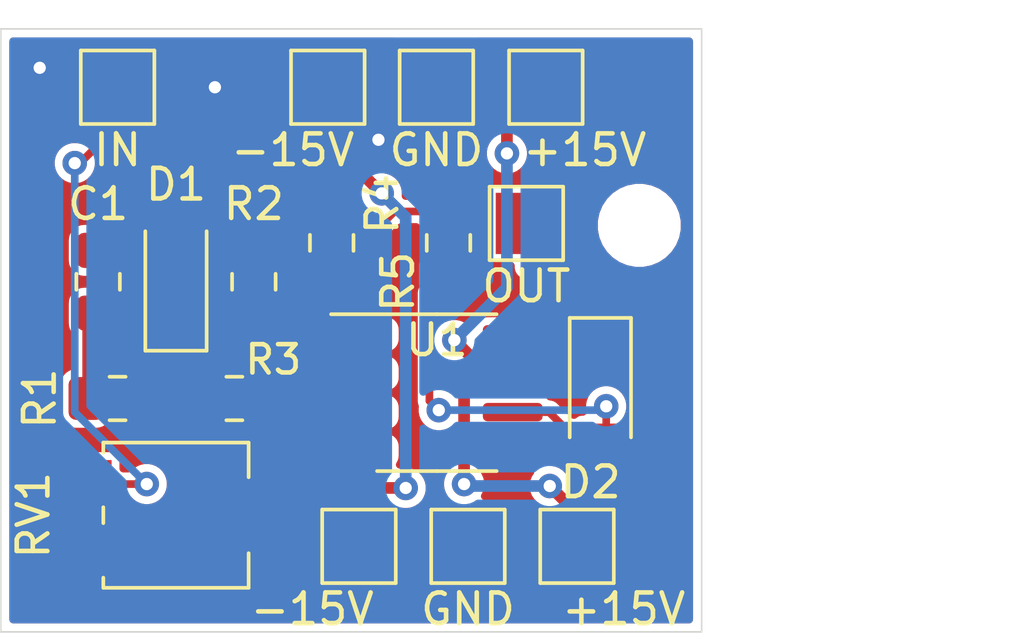
<source format=kicad_pcb>
(kicad_pcb (version 20171130) (host pcbnew "(5.1.4-0-10_14)")

  (general
    (thickness 1.6)
    (drawings 5)
    (tracks 80)
    (zones 0)
    (modules 19)
    (nets 15)
  )

  (page A4)
  (layers
    (0 F.Cu signal)
    (31 B.Cu signal)
    (32 B.Adhes user)
    (33 F.Adhes user)
    (34 B.Paste user)
    (35 F.Paste user)
    (36 B.SilkS user)
    (37 F.SilkS user)
    (38 B.Mask user)
    (39 F.Mask user)
    (40 Dwgs.User user)
    (41 Cmts.User user)
    (42 Eco1.User user)
    (43 Eco2.User user)
    (44 Edge.Cuts user)
    (45 Margin user)
    (46 B.CrtYd user)
    (47 F.CrtYd user)
    (48 B.Fab user)
    (49 F.Fab user)
  )

  (setup
    (last_trace_width 0.25)
    (trace_clearance 0.2)
    (zone_clearance 0.254)
    (zone_45_only no)
    (trace_min 0.2)
    (via_size 0.8)
    (via_drill 0.4)
    (via_min_size 0.4)
    (via_min_drill 0.3)
    (uvia_size 0.3)
    (uvia_drill 0.1)
    (uvias_allowed no)
    (uvia_min_size 0.2)
    (uvia_min_drill 0.1)
    (edge_width 0.05)
    (segment_width 0.2)
    (pcb_text_width 0.3)
    (pcb_text_size 1.5 1.5)
    (mod_edge_width 0.12)
    (mod_text_size 1 1)
    (mod_text_width 0.15)
    (pad_size 1.524 1.524)
    (pad_drill 0.762)
    (pad_to_mask_clearance 0.051)
    (solder_mask_min_width 0.25)
    (aux_axis_origin 0 0)
    (visible_elements FFFFFF7F)
    (pcbplotparams
      (layerselection 0x010fc_ffffffff)
      (usegerberextensions false)
      (usegerberattributes false)
      (usegerberadvancedattributes false)
      (creategerberjobfile false)
      (excludeedgelayer true)
      (linewidth 0.100000)
      (plotframeref false)
      (viasonmask false)
      (mode 1)
      (useauxorigin false)
      (hpglpennumber 1)
      (hpglpenspeed 20)
      (hpglpendiameter 15.000000)
      (psnegative false)
      (psa4output false)
      (plotreference true)
      (plotvalue true)
      (plotinvisibletext false)
      (padsonsilk false)
      (subtractmaskfromsilk false)
      (outputformat 1)
      (mirror false)
      (drillshape 1)
      (scaleselection 1)
      (outputdirectory ""))
  )

  (net 0 "")
  (net 1 "Net-(C1-Pad1)")
  (net 2 "Net-(C1-Pad2)")
  (net 3 "Net-(D1-Pad1)")
  (net 4 "Net-(D2-Pad2)")
  (net 5 "Net-(D2-Pad1)")
  (net 6 GND)
  (net 7 "Net-(R2-Pad1)")
  (net 8 "Net-(R3-Pad2)")
  (net 9 "Net-(R4-Pad2)")
  (net 10 +15V)
  (net 11 -15V)
  (net 12 "Net-(U1-Pad1)")
  (net 13 "Net-(U1-Pad5)")
  (net 14 "Net-(U1-Pad8)")

  (net_class Default "This is the default net class."
    (clearance 0.2)
    (trace_width 0.25)
    (via_dia 0.8)
    (via_drill 0.4)
    (uvia_dia 0.3)
    (uvia_drill 0.1)
    (add_net "Net-(C1-Pad1)")
    (add_net "Net-(C1-Pad2)")
    (add_net "Net-(D1-Pad1)")
    (add_net "Net-(D2-Pad1)")
    (add_net "Net-(D2-Pad2)")
    (add_net "Net-(R2-Pad1)")
    (add_net "Net-(R3-Pad2)")
    (add_net "Net-(R4-Pad2)")
    (add_net "Net-(U1-Pad1)")
    (add_net "Net-(U1-Pad5)")
    (add_net "Net-(U1-Pad8)")
  )

  (net_class PWR ""
    (clearance 0.2)
    (trace_width 0.381)
    (via_dia 0.8)
    (via_drill 0.4)
    (uvia_dia 0.3)
    (uvia_drill 0.1)
    (add_net +15V)
    (add_net -15V)
    (add_net GND)
  )

  (module MountingHole:MountingHole_2.2mm_M2_DIN965 (layer F.Cu) (tedit 56D1B4CB) (tstamp 5EF1C5C8)
    (at 41.148 28.6385)
    (descr "Mounting Hole 2.2mm, no annular, M2, DIN965")
    (tags "mounting hole 2.2mm no annular m2 din965")
    (attr virtual)
    (fp_text reference REF** (at 0 -2.9) (layer F.SilkS) hide
      (effects (font (size 1 1) (thickness 0.15)))
    )
    (fp_text value MountingHole_2.2mm_M2_DIN965 (at 0 2.9) (layer F.Fab)
      (effects (font (size 1 1) (thickness 0.15)))
    )
    (fp_circle (center 0 0) (end 2.15 0) (layer F.CrtYd) (width 0.05))
    (fp_circle (center 0 0) (end 1.9 0) (layer Cmts.User) (width 0.15))
    (fp_text user %R (at 0.3 0) (layer F.Fab)
      (effects (font (size 1 1) (thickness 0.15)))
    )
    (pad 1 np_thru_hole circle (at 0 0) (size 2.2 2.2) (drill 2.2) (layers *.Cu *.Mask))
  )

  (module Capacitor_SMD:C_0805_2012Metric_Pad1.15x1.40mm_HandSolder (layer F.Cu) (tedit 5B36C52B) (tstamp 5EF1B4EC)
    (at 23.495 30.48 90)
    (descr "Capacitor SMD 0805 (2012 Metric), square (rectangular) end terminal, IPC_7351 nominal with elongated pad for handsoldering. (Body size source: https://docs.google.com/spreadsheets/d/1BsfQQcO9C6DZCsRaXUlFlo91Tg2WpOkGARC1WS5S8t0/edit?usp=sharing), generated with kicad-footprint-generator")
    (tags "capacitor handsolder")
    (path /5EF14F74)
    (attr smd)
    (fp_text reference C1 (at 2.54 0 180) (layer F.SilkS)
      (effects (font (size 1 1) (thickness 0.15)))
    )
    (fp_text value 47nF (at 0 1.65 90) (layer F.Fab)
      (effects (font (size 1 1) (thickness 0.15)))
    )
    (fp_line (start -1 0.6) (end -1 -0.6) (layer F.Fab) (width 0.1))
    (fp_line (start -1 -0.6) (end 1 -0.6) (layer F.Fab) (width 0.1))
    (fp_line (start 1 -0.6) (end 1 0.6) (layer F.Fab) (width 0.1))
    (fp_line (start 1 0.6) (end -1 0.6) (layer F.Fab) (width 0.1))
    (fp_line (start -0.261252 -0.71) (end 0.261252 -0.71) (layer F.SilkS) (width 0.12))
    (fp_line (start -0.261252 0.71) (end 0.261252 0.71) (layer F.SilkS) (width 0.12))
    (fp_line (start -1.85 0.95) (end -1.85 -0.95) (layer F.CrtYd) (width 0.05))
    (fp_line (start -1.85 -0.95) (end 1.85 -0.95) (layer F.CrtYd) (width 0.05))
    (fp_line (start 1.85 -0.95) (end 1.85 0.95) (layer F.CrtYd) (width 0.05))
    (fp_line (start 1.85 0.95) (end -1.85 0.95) (layer F.CrtYd) (width 0.05))
    (fp_text user %R (at 0 0 90) (layer F.Fab)
      (effects (font (size 0.5 0.5) (thickness 0.08)))
    )
    (pad 1 smd roundrect (at -1.025 0 90) (size 1.15 1.4) (layers F.Cu F.Paste F.Mask) (roundrect_rratio 0.217391)
      (net 1 "Net-(C1-Pad1)"))
    (pad 2 smd roundrect (at 1.025 0 90) (size 1.15 1.4) (layers F.Cu F.Paste F.Mask) (roundrect_rratio 0.217391)
      (net 2 "Net-(C1-Pad2)"))
    (model ${KISYS3DMOD}/Capacitor_SMD.3dshapes/C_0805_2012Metric.wrl
      (at (xyz 0 0 0))
      (scale (xyz 1 1 1))
      (rotate (xyz 0 0 0))
    )
  )

  (module Resistor_SMD:R_0805_2012Metric_Pad1.15x1.40mm_HandSolder (layer F.Cu) (tedit 5B36C52B) (tstamp 5EF1AC20)
    (at 24.13 34.29)
    (descr "Resistor SMD 0805 (2012 Metric), square (rectangular) end terminal, IPC_7351 nominal with elongated pad for handsoldering. (Body size source: https://docs.google.com/spreadsheets/d/1BsfQQcO9C6DZCsRaXUlFlo91Tg2WpOkGARC1WS5S8t0/edit?usp=sharing), generated with kicad-footprint-generator")
    (tags "resistor handsolder")
    (path /5EF16518)
    (attr smd)
    (fp_text reference R1 (at -2.54 0 90) (layer F.SilkS)
      (effects (font (size 1 1) (thickness 0.15)))
    )
    (fp_text value 2K (at 0 1.65) (layer F.Fab)
      (effects (font (size 1 1) (thickness 0.15)))
    )
    (fp_line (start -1 0.6) (end -1 -0.6) (layer F.Fab) (width 0.1))
    (fp_line (start -1 -0.6) (end 1 -0.6) (layer F.Fab) (width 0.1))
    (fp_line (start 1 -0.6) (end 1 0.6) (layer F.Fab) (width 0.1))
    (fp_line (start 1 0.6) (end -1 0.6) (layer F.Fab) (width 0.1))
    (fp_line (start -0.261252 -0.71) (end 0.261252 -0.71) (layer F.SilkS) (width 0.12))
    (fp_line (start -0.261252 0.71) (end 0.261252 0.71) (layer F.SilkS) (width 0.12))
    (fp_line (start -1.85 0.95) (end -1.85 -0.95) (layer F.CrtYd) (width 0.05))
    (fp_line (start -1.85 -0.95) (end 1.85 -0.95) (layer F.CrtYd) (width 0.05))
    (fp_line (start 1.85 -0.95) (end 1.85 0.95) (layer F.CrtYd) (width 0.05))
    (fp_line (start 1.85 0.95) (end -1.85 0.95) (layer F.CrtYd) (width 0.05))
    (fp_text user %R (at 0 0) (layer F.Fab)
      (effects (font (size 0.5 0.5) (thickness 0.08)))
    )
    (pad 1 smd roundrect (at -1.025 0) (size 1.15 1.4) (layers F.Cu F.Paste F.Mask) (roundrect_rratio 0.217391)
      (net 1 "Net-(C1-Pad1)"))
    (pad 2 smd roundrect (at 1.025 0) (size 1.15 1.4) (layers F.Cu F.Paste F.Mask) (roundrect_rratio 0.217391)
      (net 6 GND))
    (model ${KISYS3DMOD}/Resistor_SMD.3dshapes/R_0805_2012Metric.wrl
      (at (xyz 0 0 0))
      (scale (xyz 1 1 1))
      (rotate (xyz 0 0 0))
    )
  )

  (module Resistor_SMD:R_0805_2012Metric_Pad1.15x1.40mm_HandSolder (layer F.Cu) (tedit 5B36C52B) (tstamp 5EF1AC50)
    (at 28.575 30.48 90)
    (descr "Resistor SMD 0805 (2012 Metric), square (rectangular) end terminal, IPC_7351 nominal with elongated pad for handsoldering. (Body size source: https://docs.google.com/spreadsheets/d/1BsfQQcO9C6DZCsRaXUlFlo91Tg2WpOkGARC1WS5S8t0/edit?usp=sharing), generated with kicad-footprint-generator")
    (tags "resistor handsolder")
    (path /5EF18CCD)
    (attr smd)
    (fp_text reference R2 (at 2.54 0 180) (layer F.SilkS)
      (effects (font (size 1 1) (thickness 0.15)))
    )
    (fp_text value 100K (at 0 1.65 90) (layer F.Fab)
      (effects (font (size 1 1) (thickness 0.15)))
    )
    (fp_text user %R (at 0 0 90) (layer F.Fab)
      (effects (font (size 0.5 0.5) (thickness 0.08)))
    )
    (fp_line (start 1.85 0.95) (end -1.85 0.95) (layer F.CrtYd) (width 0.05))
    (fp_line (start 1.85 -0.95) (end 1.85 0.95) (layer F.CrtYd) (width 0.05))
    (fp_line (start -1.85 -0.95) (end 1.85 -0.95) (layer F.CrtYd) (width 0.05))
    (fp_line (start -1.85 0.95) (end -1.85 -0.95) (layer F.CrtYd) (width 0.05))
    (fp_line (start -0.261252 0.71) (end 0.261252 0.71) (layer F.SilkS) (width 0.12))
    (fp_line (start -0.261252 -0.71) (end 0.261252 -0.71) (layer F.SilkS) (width 0.12))
    (fp_line (start 1 0.6) (end -1 0.6) (layer F.Fab) (width 0.1))
    (fp_line (start 1 -0.6) (end 1 0.6) (layer F.Fab) (width 0.1))
    (fp_line (start -1 -0.6) (end 1 -0.6) (layer F.Fab) (width 0.1))
    (fp_line (start -1 0.6) (end -1 -0.6) (layer F.Fab) (width 0.1))
    (pad 2 smd roundrect (at 1.025 0 90) (size 1.15 1.4) (layers F.Cu F.Paste F.Mask) (roundrect_rratio 0.217391)
      (net 3 "Net-(D1-Pad1)"))
    (pad 1 smd roundrect (at -1.025 0 90) (size 1.15 1.4) (layers F.Cu F.Paste F.Mask) (roundrect_rratio 0.217391)
      (net 7 "Net-(R2-Pad1)"))
    (model ${KISYS3DMOD}/Resistor_SMD.3dshapes/R_0805_2012Metric.wrl
      (at (xyz 0 0 0))
      (scale (xyz 1 1 1))
      (rotate (xyz 0 0 0))
    )
  )

  (module Resistor_SMD:R_0805_2012Metric_Pad1.15x1.40mm_HandSolder (layer F.Cu) (tedit 5B36C52B) (tstamp 5EF1ACA7)
    (at 27.94 34.29)
    (descr "Resistor SMD 0805 (2012 Metric), square (rectangular) end terminal, IPC_7351 nominal with elongated pad for handsoldering. (Body size source: https://docs.google.com/spreadsheets/d/1BsfQQcO9C6DZCsRaXUlFlo91Tg2WpOkGARC1WS5S8t0/edit?usp=sharing), generated with kicad-footprint-generator")
    (tags "resistor handsolder")
    (path /5EF18EBA)
    (attr smd)
    (fp_text reference R3 (at 1.27 -1.27) (layer F.SilkS)
      (effects (font (size 0.9238 0.9238) (thickness 0.15)))
    )
    (fp_text value 100K (at 0 1.65) (layer F.Fab)
      (effects (font (size 1 1) (thickness 0.15)))
    )
    (fp_line (start -1 0.6) (end -1 -0.6) (layer F.Fab) (width 0.1))
    (fp_line (start -1 -0.6) (end 1 -0.6) (layer F.Fab) (width 0.1))
    (fp_line (start 1 -0.6) (end 1 0.6) (layer F.Fab) (width 0.1))
    (fp_line (start 1 0.6) (end -1 0.6) (layer F.Fab) (width 0.1))
    (fp_line (start -0.261252 -0.71) (end 0.261252 -0.71) (layer F.SilkS) (width 0.12))
    (fp_line (start -0.261252 0.71) (end 0.261252 0.71) (layer F.SilkS) (width 0.12))
    (fp_line (start -1.85 0.95) (end -1.85 -0.95) (layer F.CrtYd) (width 0.05))
    (fp_line (start -1.85 -0.95) (end 1.85 -0.95) (layer F.CrtYd) (width 0.05))
    (fp_line (start 1.85 -0.95) (end 1.85 0.95) (layer F.CrtYd) (width 0.05))
    (fp_line (start 1.85 0.95) (end -1.85 0.95) (layer F.CrtYd) (width 0.05))
    (fp_text user %R (at 0 0) (layer F.Fab)
      (effects (font (size 0.5 0.5) (thickness 0.08)))
    )
    (pad 1 smd roundrect (at -1.025 0) (size 1.15 1.4) (layers F.Cu F.Paste F.Mask) (roundrect_rratio 0.217391)
      (net 7 "Net-(R2-Pad1)"))
    (pad 2 smd roundrect (at 1.025 0) (size 1.15 1.4) (layers F.Cu F.Paste F.Mask) (roundrect_rratio 0.217391)
      (net 8 "Net-(R3-Pad2)"))
    (model ${KISYS3DMOD}/Resistor_SMD.3dshapes/R_0805_2012Metric.wrl
      (at (xyz 0 0 0))
      (scale (xyz 1 1 1))
      (rotate (xyz 0 0 0))
    )
  )

  (module Resistor_SMD:R_0805_2012Metric_Pad1.15x1.40mm_HandSolder (layer F.Cu) (tedit 5B36C52B) (tstamp 5EF1B22D)
    (at 31.115 29.21 270)
    (descr "Resistor SMD 0805 (2012 Metric), square (rectangular) end terminal, IPC_7351 nominal with elongated pad for handsoldering. (Body size source: https://docs.google.com/spreadsheets/d/1BsfQQcO9C6DZCsRaXUlFlo91Tg2WpOkGARC1WS5S8t0/edit?usp=sharing), generated with kicad-footprint-generator")
    (tags "resistor handsolder")
    (path /5EF1C21A)
    (attr smd)
    (fp_text reference R4 (at -1.27 -1.65 90) (layer F.SilkS)
      (effects (font (size 1 1) (thickness 0.15)))
    )
    (fp_text value 100K (at 0 1.65 90) (layer F.Fab)
      (effects (font (size 1 1) (thickness 0.15)))
    )
    (fp_text user %R (at 0 0 90) (layer F.Fab)
      (effects (font (size 0.5 0.5) (thickness 0.08)))
    )
    (fp_line (start 1.85 0.95) (end -1.85 0.95) (layer F.CrtYd) (width 0.05))
    (fp_line (start 1.85 -0.95) (end 1.85 0.95) (layer F.CrtYd) (width 0.05))
    (fp_line (start -1.85 -0.95) (end 1.85 -0.95) (layer F.CrtYd) (width 0.05))
    (fp_line (start -1.85 0.95) (end -1.85 -0.95) (layer F.CrtYd) (width 0.05))
    (fp_line (start -0.261252 0.71) (end 0.261252 0.71) (layer F.SilkS) (width 0.12))
    (fp_line (start -0.261252 -0.71) (end 0.261252 -0.71) (layer F.SilkS) (width 0.12))
    (fp_line (start 1 0.6) (end -1 0.6) (layer F.Fab) (width 0.1))
    (fp_line (start 1 -0.6) (end 1 0.6) (layer F.Fab) (width 0.1))
    (fp_line (start -1 -0.6) (end 1 -0.6) (layer F.Fab) (width 0.1))
    (fp_line (start -1 0.6) (end -1 -0.6) (layer F.Fab) (width 0.1))
    (pad 2 smd roundrect (at 1.025 0 270) (size 1.15 1.4) (layers F.Cu F.Paste F.Mask) (roundrect_rratio 0.217391)
      (net 9 "Net-(R4-Pad2)"))
    (pad 1 smd roundrect (at -1.025 0 270) (size 1.15 1.4) (layers F.Cu F.Paste F.Mask) (roundrect_rratio 0.217391)
      (net 6 GND))
    (model ${KISYS3DMOD}/Resistor_SMD.3dshapes/R_0805_2012Metric.wrl
      (at (xyz 0 0 0))
      (scale (xyz 1 1 1))
      (rotate (xyz 0 0 0))
    )
  )

  (module Resistor_SMD:R_0805_2012Metric_Pad1.15x1.40mm_HandSolder (layer F.Cu) (tedit 5B36C52B) (tstamp 5EF1B3ED)
    (at 34.925 29.21 90)
    (descr "Resistor SMD 0805 (2012 Metric), square (rectangular) end terminal, IPC_7351 nominal with elongated pad for handsoldering. (Body size source: https://docs.google.com/spreadsheets/d/1BsfQQcO9C6DZCsRaXUlFlo91Tg2WpOkGARC1WS5S8t0/edit?usp=sharing), generated with kicad-footprint-generator")
    (tags "resistor handsolder")
    (path /5EF1CEA7)
    (attr smd)
    (fp_text reference R5 (at -1.27 -1.65 90) (layer F.SilkS)
      (effects (font (size 1 1) (thickness 0.15)))
    )
    (fp_text value 100K (at 0 1.65 90) (layer F.Fab)
      (effects (font (size 1 1) (thickness 0.15)))
    )
    (fp_line (start -1 0.6) (end -1 -0.6) (layer F.Fab) (width 0.1))
    (fp_line (start -1 -0.6) (end 1 -0.6) (layer F.Fab) (width 0.1))
    (fp_line (start 1 -0.6) (end 1 0.6) (layer F.Fab) (width 0.1))
    (fp_line (start 1 0.6) (end -1 0.6) (layer F.Fab) (width 0.1))
    (fp_line (start -0.261252 -0.71) (end 0.261252 -0.71) (layer F.SilkS) (width 0.12))
    (fp_line (start -0.261252 0.71) (end 0.261252 0.71) (layer F.SilkS) (width 0.12))
    (fp_line (start -1.85 0.95) (end -1.85 -0.95) (layer F.CrtYd) (width 0.05))
    (fp_line (start -1.85 -0.95) (end 1.85 -0.95) (layer F.CrtYd) (width 0.05))
    (fp_line (start 1.85 -0.95) (end 1.85 0.95) (layer F.CrtYd) (width 0.05))
    (fp_line (start 1.85 0.95) (end -1.85 0.95) (layer F.CrtYd) (width 0.05))
    (fp_text user %R (at 0 0 90) (layer F.Fab)
      (effects (font (size 0.5 0.5) (thickness 0.08)))
    )
    (pad 1 smd roundrect (at -1.025 0 90) (size 1.15 1.4) (layers F.Cu F.Paste F.Mask) (roundrect_rratio 0.217391)
      (net 4 "Net-(D2-Pad2)"))
    (pad 2 smd roundrect (at 1.025 0 90) (size 1.15 1.4) (layers F.Cu F.Paste F.Mask) (roundrect_rratio 0.217391)
      (net 9 "Net-(R4-Pad2)"))
    (model ${KISYS3DMOD}/Resistor_SMD.3dshapes/R_0805_2012Metric.wrl
      (at (xyz 0 0 0))
      (scale (xyz 1 1 1))
      (rotate (xyz 0 0 0))
    )
  )

  (module Potentiometer_SMD:Potentiometer_Bourns_3314G_Vertical (layer F.Cu) (tedit 5A81E1D7) (tstamp 5EF1AD10)
    (at 26.035 38.1 90)
    (descr "Potentiometer, vertical, Bourns 3314G, http://www.bourns.com/docs/Product-Datasheets/3314.pdf")
    (tags "Potentiometer vertical Bourns 3314G")
    (path /5EF170EE)
    (attr smd)
    (fp_text reference RV1 (at 0 -4.65 90) (layer F.SilkS)
      (effects (font (size 1 1) (thickness 0.15)))
    )
    (fp_text value 100K (at 0 4.65 90) (layer F.Fab)
      (effects (font (size 1 1) (thickness 0.15)))
    )
    (fp_circle (center 0 0) (end 1 0) (layer F.Fab) (width 0.1))
    (fp_line (start -2.25 -2.25) (end -2.25 2.25) (layer F.Fab) (width 0.1))
    (fp_line (start -2.25 2.25) (end 2.25 2.25) (layer F.Fab) (width 0.1))
    (fp_line (start 2.25 2.25) (end 2.25 -2.25) (layer F.Fab) (width 0.1))
    (fp_line (start 2.25 -2.25) (end -2.25 -2.25) (layer F.Fab) (width 0.1))
    (fp_line (start 0 0.99) (end 0.001 -0.989) (layer F.Fab) (width 0.1))
    (fp_line (start 0 0.99) (end 0.001 -0.989) (layer F.Fab) (width 0.1))
    (fp_line (start 2.04 -2.37) (end 2.37 -2.37) (layer F.SilkS) (width 0.12))
    (fp_line (start -2.37 -2.37) (end -2.039 -2.37) (layer F.SilkS) (width 0.12))
    (fp_line (start -0.259 -2.37) (end 0.26 -2.37) (layer F.SilkS) (width 0.12))
    (fp_line (start -2.37 2.37) (end -1.24 2.37) (layer F.SilkS) (width 0.12))
    (fp_line (start 1.24 2.37) (end 2.37 2.37) (layer F.SilkS) (width 0.12))
    (fp_line (start -2.37 -2.37) (end -2.37 2.37) (layer F.SilkS) (width 0.12))
    (fp_line (start 2.37 -2.37) (end 2.37 2.37) (layer F.SilkS) (width 0.12))
    (fp_line (start -2.5 -3.65) (end -2.5 3.65) (layer F.CrtYd) (width 0.05))
    (fp_line (start -2.5 3.65) (end 2.5 3.65) (layer F.CrtYd) (width 0.05))
    (fp_line (start 2.5 3.65) (end 2.5 -3.65) (layer F.CrtYd) (width 0.05))
    (fp_line (start 2.5 -3.65) (end -2.5 -3.65) (layer F.CrtYd) (width 0.05))
    (fp_text user %R (at 0 -1.7 90) (layer F.Fab)
      (effects (font (size 0.63 0.63) (thickness 0.15)))
    )
    (pad 1 smd rect (at 1.15 -2.75 90) (size 1.3 1.3) (layers F.Cu F.Paste F.Mask)
      (net 2 "Net-(C1-Pad2)"))
    (pad 2 smd rect (at 0 2.75 90) (size 2 1.3) (layers F.Cu F.Paste F.Mask)
      (net 8 "Net-(R3-Pad2)"))
    (pad 3 smd rect (at -1.15 -2.75 90) (size 1.3 1.3) (layers F.Cu F.Paste F.Mask)
      (net 6 GND))
    (model ${KISYS3DMOD}/Potentiometer_SMD.3dshapes/Potentiometer_Bourns_3314G_Vertical.wrl
      (at (xyz 0 0 0))
      (scale (xyz 1 1 1))
      (rotate (xyz 0 0 0))
    )
  )

  (module TestPoint:TestPoint_Pad_2.0x2.0mm (layer F.Cu) (tedit 5A0F774F) (tstamp 5EF1ADFF)
    (at 39.116 39.116)
    (descr "SMD rectangular pad as test Point, square 2.0mm side length")
    (tags "test point SMD pad rectangle square")
    (path /5EF13368)
    (attr virtual)
    (fp_text reference TP1 (at 0 -1.998) (layer F.SilkS) hide
      (effects (font (size 1 1) (thickness 0.15)))
    )
    (fp_text value +15V (at 1.524 2.05) (layer F.SilkS)
      (effects (font (size 1 1) (thickness 0.15)))
    )
    (fp_text user %R (at 0 -2) (layer F.Fab)
      (effects (font (size 1 1) (thickness 0.15)))
    )
    (fp_line (start -1.2 -1.2) (end 1.2 -1.2) (layer F.SilkS) (width 0.12))
    (fp_line (start 1.2 -1.2) (end 1.2 1.2) (layer F.SilkS) (width 0.12))
    (fp_line (start 1.2 1.2) (end -1.2 1.2) (layer F.SilkS) (width 0.12))
    (fp_line (start -1.2 1.2) (end -1.2 -1.2) (layer F.SilkS) (width 0.12))
    (fp_line (start -1.5 -1.5) (end 1.5 -1.5) (layer F.CrtYd) (width 0.05))
    (fp_line (start -1.5 -1.5) (end -1.5 1.5) (layer F.CrtYd) (width 0.05))
    (fp_line (start 1.5 1.5) (end 1.5 -1.5) (layer F.CrtYd) (width 0.05))
    (fp_line (start 1.5 1.5) (end -1.5 1.5) (layer F.CrtYd) (width 0.05))
    (pad 1 smd rect (at 0 0) (size 2 2) (layers F.Cu F.Mask)
      (net 10 +15V))
  )

  (module TestPoint:TestPoint_Pad_2.0x2.0mm (layer F.Cu) (tedit 5A0F774F) (tstamp 5EF1AC7D)
    (at 24.13 24.13)
    (descr "SMD rectangular pad as test Point, square 2.0mm side length")
    (tags "test point SMD pad rectangle square")
    (path /5EF14276)
    (attr virtual)
    (fp_text reference TP2 (at 0 -1.998) (layer F.SilkS) hide
      (effects (font (size 1 1) (thickness 0.15)))
    )
    (fp_text value IN (at 0 2.05) (layer F.SilkS)
      (effects (font (size 1 1) (thickness 0.15)))
    )
    (fp_line (start 1.5 1.5) (end -1.5 1.5) (layer F.CrtYd) (width 0.05))
    (fp_line (start 1.5 1.5) (end 1.5 -1.5) (layer F.CrtYd) (width 0.05))
    (fp_line (start -1.5 -1.5) (end -1.5 1.5) (layer F.CrtYd) (width 0.05))
    (fp_line (start -1.5 -1.5) (end 1.5 -1.5) (layer F.CrtYd) (width 0.05))
    (fp_line (start -1.2 1.2) (end -1.2 -1.2) (layer F.SilkS) (width 0.12))
    (fp_line (start 1.2 1.2) (end -1.2 1.2) (layer F.SilkS) (width 0.12))
    (fp_line (start 1.2 -1.2) (end 1.2 1.2) (layer F.SilkS) (width 0.12))
    (fp_line (start -1.2 -1.2) (end 1.2 -1.2) (layer F.SilkS) (width 0.12))
    (fp_text user %R (at 0 -2) (layer F.Fab)
      (effects (font (size 1 1) (thickness 0.15)))
    )
    (pad 1 smd rect (at 0 0) (size 2 2) (layers F.Cu F.Mask)
      (net 2 "Net-(C1-Pad2)"))
  )

  (module TestPoint:TestPoint_Pad_2.0x2.0mm (layer F.Cu) (tedit 5A0F774F) (tstamp 5EF1AE4D)
    (at 35.56 39.116)
    (descr "SMD rectangular pad as test Point, square 2.0mm side length")
    (tags "test point SMD pad rectangle square")
    (path /5EF13424)
    (attr virtual)
    (fp_text reference TP3 (at 0 -1.998) (layer F.SilkS) hide
      (effects (font (size 1 1) (thickness 0.15)))
    )
    (fp_text value GND (at 0 2.05) (layer F.SilkS)
      (effects (font (size 1 1) (thickness 0.15)))
    )
    (fp_line (start 1.5 1.5) (end -1.5 1.5) (layer F.CrtYd) (width 0.05))
    (fp_line (start 1.5 1.5) (end 1.5 -1.5) (layer F.CrtYd) (width 0.05))
    (fp_line (start -1.5 -1.5) (end -1.5 1.5) (layer F.CrtYd) (width 0.05))
    (fp_line (start -1.5 -1.5) (end 1.5 -1.5) (layer F.CrtYd) (width 0.05))
    (fp_line (start -1.2 1.2) (end -1.2 -1.2) (layer F.SilkS) (width 0.12))
    (fp_line (start 1.2 1.2) (end -1.2 1.2) (layer F.SilkS) (width 0.12))
    (fp_line (start 1.2 -1.2) (end 1.2 1.2) (layer F.SilkS) (width 0.12))
    (fp_line (start -1.2 -1.2) (end 1.2 -1.2) (layer F.SilkS) (width 0.12))
    (fp_text user %R (at 0 -2) (layer F.Fab)
      (effects (font (size 1 1) (thickness 0.15)))
    )
    (pad 1 smd rect (at 0 0) (size 2 2) (layers F.Cu F.Mask)
      (net 6 GND))
  )

  (module TestPoint:TestPoint_Pad_2.0x2.0mm (layer F.Cu) (tedit 5A0F774F) (tstamp 5EF1AE26)
    (at 32.004 39.116)
    (descr "SMD rectangular pad as test Point, square 2.0mm side length")
    (tags "test point SMD pad rectangle square")
    (path /5EF13556)
    (attr virtual)
    (fp_text reference TP4 (at 0 -1.998) (layer F.SilkS) hide
      (effects (font (size 1 1) (thickness 0.15)))
    )
    (fp_text value -15V (at -1.524 2.05) (layer F.SilkS)
      (effects (font (size 1 1) (thickness 0.15)))
    )
    (fp_text user %R (at 0 -2) (layer F.Fab)
      (effects (font (size 1 1) (thickness 0.15)))
    )
    (fp_line (start -1.2 -1.2) (end 1.2 -1.2) (layer F.SilkS) (width 0.12))
    (fp_line (start 1.2 -1.2) (end 1.2 1.2) (layer F.SilkS) (width 0.12))
    (fp_line (start 1.2 1.2) (end -1.2 1.2) (layer F.SilkS) (width 0.12))
    (fp_line (start -1.2 1.2) (end -1.2 -1.2) (layer F.SilkS) (width 0.12))
    (fp_line (start -1.5 -1.5) (end 1.5 -1.5) (layer F.CrtYd) (width 0.05))
    (fp_line (start -1.5 -1.5) (end -1.5 1.5) (layer F.CrtYd) (width 0.05))
    (fp_line (start 1.5 1.5) (end 1.5 -1.5) (layer F.CrtYd) (width 0.05))
    (fp_line (start 1.5 1.5) (end -1.5 1.5) (layer F.CrtYd) (width 0.05))
    (pad 1 smd rect (at 0 0) (size 2 2) (layers F.Cu F.Mask)
      (net 11 -15V))
  )

  (module TestPoint:TestPoint_Pad_2.0x2.0mm (layer F.Cu) (tedit 5A0F774F) (tstamp 5EF1A1A0)
    (at 37.465 28.575)
    (descr "SMD rectangular pad as test Point, square 2.0mm side length")
    (tags "test point SMD pad rectangle square")
    (path /5EF145AB)
    (attr virtual)
    (fp_text reference TP5 (at 0 -1.998) (layer F.SilkS) hide
      (effects (font (size 1 1) (thickness 0.15)))
    )
    (fp_text value OUT (at 0 2.05) (layer F.SilkS)
      (effects (font (size 1 1) (thickness 0.15)))
    )
    (fp_text user %R (at 0 -2) (layer F.Fab)
      (effects (font (size 1 1) (thickness 0.15)))
    )
    (fp_line (start -1.2 -1.2) (end 1.2 -1.2) (layer F.SilkS) (width 0.12))
    (fp_line (start 1.2 -1.2) (end 1.2 1.2) (layer F.SilkS) (width 0.12))
    (fp_line (start 1.2 1.2) (end -1.2 1.2) (layer F.SilkS) (width 0.12))
    (fp_line (start -1.2 1.2) (end -1.2 -1.2) (layer F.SilkS) (width 0.12))
    (fp_line (start -1.5 -1.5) (end 1.5 -1.5) (layer F.CrtYd) (width 0.05))
    (fp_line (start -1.5 -1.5) (end -1.5 1.5) (layer F.CrtYd) (width 0.05))
    (fp_line (start 1.5 1.5) (end 1.5 -1.5) (layer F.CrtYd) (width 0.05))
    (fp_line (start 1.5 1.5) (end -1.5 1.5) (layer F.CrtYd) (width 0.05))
    (pad 1 smd rect (at 0 0) (size 2 2) (layers F.Cu F.Mask)
      (net 5 "Net-(D2-Pad1)"))
  )

  (module Package_SO:SOIC-8_3.9x4.9mm_P1.27mm (layer F.Cu) (tedit 5C97300E) (tstamp 5EF19F1E)
    (at 34.544 34.0995)
    (descr "SOIC, 8 Pin (JEDEC MS-012AA, https://www.analog.com/media/en/package-pcb-resources/package/pkg_pdf/soic_narrow-r/r_8.pdf), generated with kicad-footprint-generator ipc_gullwing_generator.py")
    (tags "SOIC SO")
    (path /5EF19D5D)
    (attr smd)
    (fp_text reference U1 (at 0 -1.7145) (layer F.SilkS)
      (effects (font (size 1 1) (thickness 0.15)))
    )
    (fp_text value TL071 (at 0 3.4) (layer F.Fab)
      (effects (font (size 1 1) (thickness 0.15)))
    )
    (fp_line (start 0 2.56) (end 1.95 2.56) (layer F.SilkS) (width 0.12))
    (fp_line (start 0 2.56) (end -1.95 2.56) (layer F.SilkS) (width 0.12))
    (fp_line (start 0 -2.56) (end 1.95 -2.56) (layer F.SilkS) (width 0.12))
    (fp_line (start 0 -2.56) (end -3.45 -2.56) (layer F.SilkS) (width 0.12))
    (fp_line (start -0.975 -2.45) (end 1.95 -2.45) (layer F.Fab) (width 0.1))
    (fp_line (start 1.95 -2.45) (end 1.95 2.45) (layer F.Fab) (width 0.1))
    (fp_line (start 1.95 2.45) (end -1.95 2.45) (layer F.Fab) (width 0.1))
    (fp_line (start -1.95 2.45) (end -1.95 -1.475) (layer F.Fab) (width 0.1))
    (fp_line (start -1.95 -1.475) (end -0.975 -2.45) (layer F.Fab) (width 0.1))
    (fp_line (start -3.7 -2.7) (end -3.7 2.7) (layer F.CrtYd) (width 0.05))
    (fp_line (start -3.7 2.7) (end 3.7 2.7) (layer F.CrtYd) (width 0.05))
    (fp_line (start 3.7 2.7) (end 3.7 -2.7) (layer F.CrtYd) (width 0.05))
    (fp_line (start 3.7 -2.7) (end -3.7 -2.7) (layer F.CrtYd) (width 0.05))
    (fp_text user %R (at 0 0) (layer F.Fab)
      (effects (font (size 0.98 0.98) (thickness 0.15)))
    )
    (pad 1 smd roundrect (at -2.475 -1.905) (size 1.95 0.6) (layers F.Cu F.Paste F.Mask) (roundrect_rratio 0.25)
      (net 12 "Net-(U1-Pad1)"))
    (pad 2 smd roundrect (at -2.475 -0.635) (size 1.95 0.6) (layers F.Cu F.Paste F.Mask) (roundrect_rratio 0.25)
      (net 9 "Net-(R4-Pad2)"))
    (pad 3 smd roundrect (at -2.475 0.635) (size 1.95 0.6) (layers F.Cu F.Paste F.Mask) (roundrect_rratio 0.25)
      (net 7 "Net-(R2-Pad1)"))
    (pad 4 smd roundrect (at -2.475 1.905) (size 1.95 0.6) (layers F.Cu F.Paste F.Mask) (roundrect_rratio 0.25)
      (net 11 -15V))
    (pad 5 smd roundrect (at 2.475 1.905) (size 1.95 0.6) (layers F.Cu F.Paste F.Mask) (roundrect_rratio 0.25)
      (net 13 "Net-(U1-Pad5)"))
    (pad 6 smd roundrect (at 2.475 0.635) (size 1.95 0.6) (layers F.Cu F.Paste F.Mask) (roundrect_rratio 0.25)
      (net 4 "Net-(D2-Pad2)"))
    (pad 7 smd roundrect (at 2.475 -0.635) (size 1.95 0.6) (layers F.Cu F.Paste F.Mask) (roundrect_rratio 0.25)
      (net 10 +15V))
    (pad 8 smd roundrect (at 2.475 -1.905) (size 1.95 0.6) (layers F.Cu F.Paste F.Mask) (roundrect_rratio 0.25)
      (net 14 "Net-(U1-Pad8)"))
    (model ${KISYS3DMOD}/Package_SO.3dshapes/SOIC-8_3.9x4.9mm_P1.27mm.wrl
      (at (xyz 0 0 0))
      (scale (xyz 1 1 1))
      (rotate (xyz 0 0 0))
    )
  )

  (module TestPoint:TestPoint_Pad_2.0x2.0mm (layer F.Cu) (tedit 5A0F774F) (tstamp 5EF1B010)
    (at 38.1 24.13)
    (descr "SMD rectangular pad as test Point, square 2.0mm side length")
    (tags "test point SMD pad rectangle square")
    (path /5EF29B98)
    (attr virtual)
    (fp_text reference TP6 (at 0 -1.998) (layer F.SilkS) hide
      (effects (font (size 1 1) (thickness 0.15)))
    )
    (fp_text value +15V (at 1.27 2.05) (layer F.SilkS)
      (effects (font (size 1 1) (thickness 0.15)))
    )
    (fp_text user %R (at 0 -2) (layer F.Fab)
      (effects (font (size 1 1) (thickness 0.15)))
    )
    (fp_line (start -1.2 -1.2) (end 1.2 -1.2) (layer F.SilkS) (width 0.12))
    (fp_line (start 1.2 -1.2) (end 1.2 1.2) (layer F.SilkS) (width 0.12))
    (fp_line (start 1.2 1.2) (end -1.2 1.2) (layer F.SilkS) (width 0.12))
    (fp_line (start -1.2 1.2) (end -1.2 -1.2) (layer F.SilkS) (width 0.12))
    (fp_line (start -1.5 -1.5) (end 1.5 -1.5) (layer F.CrtYd) (width 0.05))
    (fp_line (start -1.5 -1.5) (end -1.5 1.5) (layer F.CrtYd) (width 0.05))
    (fp_line (start 1.5 1.5) (end 1.5 -1.5) (layer F.CrtYd) (width 0.05))
    (fp_line (start 1.5 1.5) (end -1.5 1.5) (layer F.CrtYd) (width 0.05))
    (pad 1 smd rect (at 0 0) (size 2 2) (layers F.Cu F.Mask)
      (net 10 +15V))
  )

  (module TestPoint:TestPoint_Pad_2.0x2.0mm (layer F.Cu) (tedit 5A0F774F) (tstamp 5EF1B037)
    (at 34.531001 24.13)
    (descr "SMD rectangular pad as test Point, square 2.0mm side length")
    (tags "test point SMD pad rectangle square")
    (path /5EF29B9E)
    (attr virtual)
    (fp_text reference TP7 (at 0 -1.998) (layer F.SilkS) hide
      (effects (font (size 1 1) (thickness 0.15)))
    )
    (fp_text value GND (at 0 2.05) (layer F.SilkS)
      (effects (font (size 1 1) (thickness 0.15)))
    )
    (fp_line (start 1.5 1.5) (end -1.5 1.5) (layer F.CrtYd) (width 0.05))
    (fp_line (start 1.5 1.5) (end 1.5 -1.5) (layer F.CrtYd) (width 0.05))
    (fp_line (start -1.5 -1.5) (end -1.5 1.5) (layer F.CrtYd) (width 0.05))
    (fp_line (start -1.5 -1.5) (end 1.5 -1.5) (layer F.CrtYd) (width 0.05))
    (fp_line (start -1.2 1.2) (end -1.2 -1.2) (layer F.SilkS) (width 0.12))
    (fp_line (start 1.2 1.2) (end -1.2 1.2) (layer F.SilkS) (width 0.12))
    (fp_line (start 1.2 -1.2) (end 1.2 1.2) (layer F.SilkS) (width 0.12))
    (fp_line (start -1.2 -1.2) (end 1.2 -1.2) (layer F.SilkS) (width 0.12))
    (fp_text user %R (at 0 -2) (layer F.Fab)
      (effects (font (size 1 1) (thickness 0.15)))
    )
    (pad 1 smd rect (at 0 0) (size 2 2) (layers F.Cu F.Mask)
      (net 6 GND))
  )

  (module TestPoint:TestPoint_Pad_2.0x2.0mm (layer F.Cu) (tedit 5A0F774F) (tstamp 5EF1B05E)
    (at 30.988 24.13)
    (descr "SMD rectangular pad as test Point, square 2.0mm side length")
    (tags "test point SMD pad rectangle square")
    (path /5EF29BA4)
    (attr virtual)
    (fp_text reference TP8 (at 0 -1.998) (layer F.SilkS) hide
      (effects (font (size 1 1) (thickness 0.15)))
    )
    (fp_text value -15V (at -1.143 2.05) (layer F.SilkS)
      (effects (font (size 1 1) (thickness 0.15)))
    )
    (fp_text user %R (at 0 -2) (layer F.Fab)
      (effects (font (size 1 1) (thickness 0.15)))
    )
    (fp_line (start -1.2 -1.2) (end 1.2 -1.2) (layer F.SilkS) (width 0.12))
    (fp_line (start 1.2 -1.2) (end 1.2 1.2) (layer F.SilkS) (width 0.12))
    (fp_line (start 1.2 1.2) (end -1.2 1.2) (layer F.SilkS) (width 0.12))
    (fp_line (start -1.2 1.2) (end -1.2 -1.2) (layer F.SilkS) (width 0.12))
    (fp_line (start -1.5 -1.5) (end 1.5 -1.5) (layer F.CrtYd) (width 0.05))
    (fp_line (start -1.5 -1.5) (end -1.5 1.5) (layer F.CrtYd) (width 0.05))
    (fp_line (start 1.5 1.5) (end 1.5 -1.5) (layer F.CrtYd) (width 0.05))
    (fp_line (start 1.5 1.5) (end -1.5 1.5) (layer F.CrtYd) (width 0.05))
    (pad 1 smd rect (at 0 0) (size 2 2) (layers F.Cu F.Mask)
      (net 11 -15V))
  )

  (module Diode_SMD:D_SOD-123 (layer F.Cu) (tedit 58645DC7) (tstamp 5EF1ABE0)
    (at 26.035 30.48 90)
    (descr SOD-123)
    (tags SOD-123)
    (path /5EF15A9F)
    (attr smd)
    (fp_text reference D1 (at 3.175 0 180) (layer F.SilkS)
      (effects (font (size 1 1) (thickness 0.15)))
    )
    (fp_text value 1N457 (at 0 2.1 90) (layer F.Fab)
      (effects (font (size 1 1) (thickness 0.15)))
    )
    (fp_text user %R (at 0 -2 90) (layer F.Fab)
      (effects (font (size 1 1) (thickness 0.15)))
    )
    (fp_line (start -2.25 -1) (end -2.25 1) (layer F.SilkS) (width 0.12))
    (fp_line (start 0.25 0) (end 0.75 0) (layer F.Fab) (width 0.1))
    (fp_line (start 0.25 0.4) (end -0.35 0) (layer F.Fab) (width 0.1))
    (fp_line (start 0.25 -0.4) (end 0.25 0.4) (layer F.Fab) (width 0.1))
    (fp_line (start -0.35 0) (end 0.25 -0.4) (layer F.Fab) (width 0.1))
    (fp_line (start -0.35 0) (end -0.35 0.55) (layer F.Fab) (width 0.1))
    (fp_line (start -0.35 0) (end -0.35 -0.55) (layer F.Fab) (width 0.1))
    (fp_line (start -0.75 0) (end -0.35 0) (layer F.Fab) (width 0.1))
    (fp_line (start -1.4 0.9) (end -1.4 -0.9) (layer F.Fab) (width 0.1))
    (fp_line (start 1.4 0.9) (end -1.4 0.9) (layer F.Fab) (width 0.1))
    (fp_line (start 1.4 -0.9) (end 1.4 0.9) (layer F.Fab) (width 0.1))
    (fp_line (start -1.4 -0.9) (end 1.4 -0.9) (layer F.Fab) (width 0.1))
    (fp_line (start -2.35 -1.15) (end 2.35 -1.15) (layer F.CrtYd) (width 0.05))
    (fp_line (start 2.35 -1.15) (end 2.35 1.15) (layer F.CrtYd) (width 0.05))
    (fp_line (start 2.35 1.15) (end -2.35 1.15) (layer F.CrtYd) (width 0.05))
    (fp_line (start -2.35 -1.15) (end -2.35 1.15) (layer F.CrtYd) (width 0.05))
    (fp_line (start -2.25 1) (end 1.65 1) (layer F.SilkS) (width 0.12))
    (fp_line (start -2.25 -1) (end 1.65 -1) (layer F.SilkS) (width 0.12))
    (pad 1 smd rect (at -1.65 0 90) (size 0.9 1.2) (layers F.Cu F.Paste F.Mask)
      (net 3 "Net-(D1-Pad1)"))
    (pad 2 smd rect (at 1.65 0 90) (size 0.9 1.2) (layers F.Cu F.Paste F.Mask)
      (net 1 "Net-(C1-Pad1)"))
    (model ${KISYS3DMOD}/Diode_SMD.3dshapes/D_SOD-123.wrl
      (at (xyz 0 0 0))
      (scale (xyz 1 1 1))
      (rotate (xyz 0 0 0))
    )
  )

  (module Diode_SMD:D_SOD-123 (layer F.Cu) (tedit 58645DC7) (tstamp 5EF1A72C)
    (at 39.878 33.909 270)
    (descr SOD-123)
    (tags SOD-123)
    (path /5EF1FC59)
    (attr smd)
    (fp_text reference D2 (at 3.1115 0.3175 180) (layer F.SilkS)
      (effects (font (size 1 1) (thickness 0.15)))
    )
    (fp_text value 1N457 (at 0 2.1 90) (layer F.Fab)
      (effects (font (size 1 1) (thickness 0.15)))
    )
    (fp_line (start -2.25 -1) (end 1.65 -1) (layer F.SilkS) (width 0.12))
    (fp_line (start -2.25 1) (end 1.65 1) (layer F.SilkS) (width 0.12))
    (fp_line (start -2.35 -1.15) (end -2.35 1.15) (layer F.CrtYd) (width 0.05))
    (fp_line (start 2.35 1.15) (end -2.35 1.15) (layer F.CrtYd) (width 0.05))
    (fp_line (start 2.35 -1.15) (end 2.35 1.15) (layer F.CrtYd) (width 0.05))
    (fp_line (start -2.35 -1.15) (end 2.35 -1.15) (layer F.CrtYd) (width 0.05))
    (fp_line (start -1.4 -0.9) (end 1.4 -0.9) (layer F.Fab) (width 0.1))
    (fp_line (start 1.4 -0.9) (end 1.4 0.9) (layer F.Fab) (width 0.1))
    (fp_line (start 1.4 0.9) (end -1.4 0.9) (layer F.Fab) (width 0.1))
    (fp_line (start -1.4 0.9) (end -1.4 -0.9) (layer F.Fab) (width 0.1))
    (fp_line (start -0.75 0) (end -0.35 0) (layer F.Fab) (width 0.1))
    (fp_line (start -0.35 0) (end -0.35 -0.55) (layer F.Fab) (width 0.1))
    (fp_line (start -0.35 0) (end -0.35 0.55) (layer F.Fab) (width 0.1))
    (fp_line (start -0.35 0) (end 0.25 -0.4) (layer F.Fab) (width 0.1))
    (fp_line (start 0.25 -0.4) (end 0.25 0.4) (layer F.Fab) (width 0.1))
    (fp_line (start 0.25 0.4) (end -0.35 0) (layer F.Fab) (width 0.1))
    (fp_line (start 0.25 0) (end 0.75 0) (layer F.Fab) (width 0.1))
    (fp_line (start -2.25 -1) (end -2.25 1) (layer F.SilkS) (width 0.12))
    (fp_text user %R (at 0 -2 90) (layer F.Fab)
      (effects (font (size 1 1) (thickness 0.15)))
    )
    (pad 2 smd rect (at 1.65 0 270) (size 0.9 1.2) (layers F.Cu F.Paste F.Mask)
      (net 4 "Net-(D2-Pad2)"))
    (pad 1 smd rect (at -1.65 0 270) (size 0.9 1.2) (layers F.Cu F.Paste F.Mask)
      (net 5 "Net-(D2-Pad1)"))
    (model ${KISYS3DMOD}/Diode_SMD.3dshapes/D_SOD-123.wrl
      (at (xyz 0 0 0))
      (scale (xyz 1 1 1))
      (rotate (xyz 0 0 0))
    )
  )

  (gr_line (start 20.32 41.91) (end 20.32 41.275) (layer Edge.Cuts) (width 0.05) (tstamp 5EF1B6DB))
  (gr_line (start 43.18 41.91) (end 20.32 41.91) (layer Edge.Cuts) (width 0.05))
  (gr_line (start 43.18 22.225) (end 43.18 41.91) (layer Edge.Cuts) (width 0.05))
  (gr_line (start 20.32 22.225) (end 43.18 22.225) (layer Edge.Cuts) (width 0.05))
  (gr_line (start 20.32 41.275) (end 20.32 22.225) (layer Edge.Cuts) (width 0.05))

  (segment (start 26.035 28.965) (end 26.035 28.83) (width 0.25) (layer F.Cu) (net 1))
  (segment (start 23.495 31.505) (end 26.035 28.965) (width 0.25) (layer F.Cu) (net 1))
  (segment (start 23.105 31.895) (end 23.495 31.505) (width 0.25) (layer F.Cu) (net 1))
  (segment (start 23.105 34.29) (end 23.105 31.895) (width 0.25) (layer F.Cu) (net 1))
  (segment (start 24.13 28.82) (end 23.495 29.455) (width 0.25) (layer F.Cu) (net 2))
  (segment (start 24.13 24.13) (end 24.13 28.82) (width 0.25) (layer F.Cu) (net 2))
  (via (at 22.733 26.6065) (size 0.8) (drill 0.4) (layers F.Cu B.Cu) (net 2))
  (segment (start 22.9035 26.6065) (end 22.733 26.6065) (width 0.25) (layer F.Cu) (net 2))
  (segment (start 24.13 25.38) (end 22.9035 26.6065) (width 0.25) (layer F.Cu) (net 2))
  (segment (start 24.13 24.13) (end 24.13 25.38) (width 0.25) (layer F.Cu) (net 2))
  (via (at 25.0825 37.084) (size 0.8) (drill 0.4) (layers F.Cu B.Cu) (net 2))
  (segment (start 22.733 34.7345) (end 25.0825 37.084) (width 0.25) (layer B.Cu) (net 2))
  (segment (start 22.733 26.6065) (end 22.733 34.7345) (width 0.25) (layer B.Cu) (net 2))
  (segment (start 23.419 37.084) (end 23.285 36.95) (width 0.25) (layer F.Cu) (net 2))
  (segment (start 25.0825 37.084) (end 23.419 37.084) (width 0.25) (layer F.Cu) (net 2))
  (segment (start 28.575 29.74) (end 28.575 29.455) (width 0.25) (layer F.Cu) (net 3))
  (segment (start 26.185 32.13) (end 28.575 29.74) (width 0.25) (layer F.Cu) (net 3))
  (segment (start 26.035 32.13) (end 26.185 32.13) (width 0.25) (layer F.Cu) (net 3))
  (via (at 34.6075 34.671) (size 0.8) (drill 0.4) (layers F.Cu B.Cu) (net 4))
  (segment (start 34.301628 34.365128) (end 34.6075 34.671) (width 0.25) (layer F.Cu) (net 4))
  (segment (start 34.301628 30.858372) (end 34.301628 34.365128) (width 0.25) (layer F.Cu) (net 4))
  (segment (start 34.925 30.235) (end 34.301628 30.858372) (width 0.25) (layer F.Cu) (net 4))
  (via (at 40.0685 34.544) (size 0.8) (drill 0.4) (layers F.Cu B.Cu) (net 4))
  (segment (start 39.9415 34.671) (end 40.0685 34.544) (width 0.25) (layer B.Cu) (net 4))
  (segment (start 34.6075 34.671) (end 39.9415 34.671) (width 0.25) (layer B.Cu) (net 4))
  (segment (start 40.0685 35.3685) (end 39.878 35.559) (width 0.25) (layer F.Cu) (net 4))
  (segment (start 40.0685 34.544) (end 40.0685 35.3685) (width 0.25) (layer F.Cu) (net 4))
  (segment (start 38.2035 34.7345) (end 38.094 34.7345) (width 0.25) (layer F.Cu) (net 4))
  (segment (start 39.028 35.559) (end 38.2035 34.7345) (width 0.25) (layer F.Cu) (net 4))
  (segment (start 38.094 34.7345) (end 37.019 34.7345) (width 0.25) (layer F.Cu) (net 4))
  (segment (start 39.878 35.559) (end 39.028 35.559) (width 0.25) (layer F.Cu) (net 4))
  (segment (start 39.728 32.259) (end 39.878 32.259) (width 0.25) (layer F.Cu) (net 5))
  (segment (start 37.465 29.996) (end 39.728 32.259) (width 0.25) (layer F.Cu) (net 5))
  (segment (start 37.465 28.575) (end 37.465 29.996) (width 0.25) (layer F.Cu) (net 5))
  (via (at 27.305 24.13) (size 0.8) (drill 0.4) (layers F.Cu B.Cu) (net 6))
  (via (at 21.59 23.495) (size 0.8) (drill 0.4) (layers F.Cu B.Cu) (net 6))
  (via (at 32.639 25.8445) (size 0.8) (drill 0.4) (layers F.Cu B.Cu) (net 6))
  (segment (start 28.575 31.505) (end 30.353 33.283) (width 0.25) (layer F.Cu) (net 7))
  (segment (start 30.994 34.7345) (end 32.069 34.7345) (width 0.25) (layer F.Cu) (net 7))
  (segment (start 30.353 34.0935) (end 30.994 34.7345) (width 0.25) (layer F.Cu) (net 7))
  (segment (start 30.353 33.283) (end 30.353 34.0935) (width 0.25) (layer F.Cu) (net 7))
  (segment (start 26.915 33.165) (end 26.915 34.29) (width 0.25) (layer F.Cu) (net 7))
  (segment (start 28.575 31.505) (end 26.915 33.165) (width 0.25) (layer F.Cu) (net 7))
  (segment (start 28.965 37.92) (end 28.785 38.1) (width 0.25) (layer F.Cu) (net 8))
  (segment (start 28.965 34.29) (end 28.965 37.92) (width 0.25) (layer F.Cu) (net 8))
  (segment (start 30.491628 32.263896) (end 30.491628 30.858372) (width 0.25) (layer F.Cu) (net 9))
  (segment (start 31.321522 33.09379) (end 30.491628 32.263896) (width 0.25) (layer F.Cu) (net 9))
  (segment (start 30.491628 30.858372) (end 31.115 30.235) (width 0.25) (layer F.Cu) (net 9))
  (segment (start 31.69829 33.09379) (end 31.321522 33.09379) (width 0.25) (layer F.Cu) (net 9))
  (segment (start 32.069 33.4645) (end 31.69829 33.09379) (width 0.25) (layer F.Cu) (net 9))
  (segment (start 33.165 28.185) (end 31.115 30.235) (width 0.25) (layer F.Cu) (net 9))
  (segment (start 34.925 28.185) (end 33.165 28.185) (width 0.25) (layer F.Cu) (net 9))
  (via (at 38.227 37.1475) (size 0.8) (drill 0.4) (layers F.Cu B.Cu) (net 10))
  (segment (start 39.116 38.0365) (end 38.227 37.1475) (width 0.381) (layer F.Cu) (net 10))
  (segment (start 39.116 39.116) (end 39.116 38.0365) (width 0.381) (layer F.Cu) (net 10))
  (via (at 35.433 37.084) (size 0.8) (drill 0.4) (layers F.Cu B.Cu) (net 10))
  (segment (start 35.4965 37.1475) (end 35.433 37.084) (width 0.381) (layer B.Cu) (net 10))
  (segment (start 38.227 37.1475) (end 35.4965 37.1475) (width 0.381) (layer B.Cu) (net 10))
  (segment (start 35.944 33.4645) (end 37.019 33.4645) (width 0.381) (layer F.Cu) (net 10))
  (segment (start 35.433 33.9755) (end 35.944 33.4645) (width 0.381) (layer F.Cu) (net 10))
  (segment (start 35.433 37.084) (end 35.433 33.9755) (width 0.381) (layer F.Cu) (net 10))
  (via (at 35.1155 32.385) (size 0.8) (drill 0.4) (layers F.Cu B.Cu) (net 10))
  (segment (start 35.944 33.2135) (end 35.1155 32.385) (width 0.381) (layer F.Cu) (net 10))
  (segment (start 35.944 33.4645) (end 35.944 33.2135) (width 0.381) (layer F.Cu) (net 10))
  (via (at 36.83 26.289) (size 0.8) (drill 0.4) (layers F.Cu B.Cu) (net 10))
  (segment (start 36.83 30.6705) (end 36.83 26.289) (width 0.381) (layer B.Cu) (net 10))
  (segment (start 35.1155 32.385) (end 36.83 30.6705) (width 0.381) (layer B.Cu) (net 10))
  (segment (start 36.83 25.4) (end 38.1 24.13) (width 0.381) (layer F.Cu) (net 10))
  (segment (start 36.83 26.289) (end 36.83 25.4) (width 0.381) (layer F.Cu) (net 10))
  (segment (start 32.004 36.0695) (end 32.069 36.0045) (width 0.381) (layer F.Cu) (net 11))
  (via (at 32.745544 27.593661) (size 0.8) (drill 0.4) (layers F.Cu B.Cu) (net 11))
  (segment (start 30.988 25.836117) (end 32.745544 27.593661) (width 0.381) (layer F.Cu) (net 11))
  (segment (start 30.988 24.13) (end 30.988 25.836117) (width 0.381) (layer F.Cu) (net 11))
  (via (at 33.528 37.211) (size 0.8) (drill 0.4) (layers F.Cu B.Cu) (net 11))
  (segment (start 33.528 28.376117) (end 33.528 37.211) (width 0.381) (layer B.Cu) (net 11))
  (segment (start 32.745544 27.593661) (end 33.528 28.376117) (width 0.381) (layer B.Cu) (net 11))
  (segment (start 33.528 37.211) (end 32.0675 37.211) (width 0.381) (layer F.Cu) (net 11))
  (segment (start 32.0675 37.211) (end 32.004 37.2745) (width 0.381) (layer F.Cu) (net 11))
  (segment (start 32.004 37.2745) (end 32.004 36.0695) (width 0.381) (layer F.Cu) (net 11))
  (segment (start 32.004 39.116) (end 32.004 37.2745) (width 0.381) (layer F.Cu) (net 11))

  (zone (net 6) (net_name GND) (layer F.Cu) (tstamp 5EF1C5D9) (hatch edge 0.508)
    (connect_pads (clearance 0.254))
    (min_thickness 0.254)
    (fill yes (arc_segments 32) (thermal_gap 0.508) (thermal_bridge_width 0.508))
    (polygon
      (pts
        (xy 20.32 22.225) (xy 43.18 22.225) (xy 43.18 41.91) (xy 20.32 41.91)
      )
    )
    (filled_polygon
      (pts
        (xy 33.079816 22.678815) (xy 33.000464 22.775506) (xy 32.941499 22.88582) (xy 32.905189 23.005518) (xy 32.892929 23.13)
        (xy 32.896001 23.84425) (xy 33.054751 24.003) (xy 34.404001 24.003) (xy 34.404001 23.983) (xy 34.658001 23.983)
        (xy 34.658001 24.003) (xy 36.007251 24.003) (xy 36.166001 23.84425) (xy 36.169073 23.13) (xy 36.156813 23.005518)
        (xy 36.120503 22.88582) (xy 36.061538 22.775506) (xy 35.982186 22.678815) (xy 35.923923 22.631) (xy 42.774 22.631)
        (xy 42.774001 41.504) (xy 20.726 41.504) (xy 20.726 39.9) (xy 21.996928 39.9) (xy 22.009188 40.024482)
        (xy 22.045498 40.14418) (xy 22.104463 40.254494) (xy 22.183815 40.351185) (xy 22.280506 40.430537) (xy 22.39082 40.489502)
        (xy 22.510518 40.525812) (xy 22.635 40.538072) (xy 22.99925 40.535) (xy 23.158 40.37625) (xy 23.158 39.377)
        (xy 23.412 39.377) (xy 23.412 40.37625) (xy 23.57075 40.535) (xy 23.935 40.538072) (xy 24.059482 40.525812)
        (xy 24.17918 40.489502) (xy 24.289494 40.430537) (xy 24.386185 40.351185) (xy 24.465537 40.254494) (xy 24.524502 40.14418)
        (xy 24.560812 40.024482) (xy 24.573072 39.9) (xy 24.57 39.53575) (xy 24.41125 39.377) (xy 23.412 39.377)
        (xy 23.158 39.377) (xy 22.15875 39.377) (xy 22 39.53575) (xy 21.996928 39.9) (xy 20.726 39.9)
        (xy 20.726 38.6) (xy 21.996928 38.6) (xy 22 38.96425) (xy 22.15875 39.123) (xy 23.158 39.123)
        (xy 23.158 39.103) (xy 23.412 39.103) (xy 23.412 39.123) (xy 24.41125 39.123) (xy 24.57 38.96425)
        (xy 24.573072 38.6) (xy 24.560812 38.475518) (xy 24.524502 38.35582) (xy 24.465537 38.245506) (xy 24.386185 38.148815)
        (xy 24.289494 38.069463) (xy 24.17918 38.010498) (xy 24.059482 37.974188) (xy 24.025126 37.970804) (xy 24.081508 37.953701)
        (xy 24.147696 37.918322) (xy 24.205711 37.870711) (xy 24.253322 37.812696) (xy 24.288701 37.746508) (xy 24.310487 37.674689)
        (xy 24.317843 37.6) (xy 24.317843 37.59) (xy 24.483999 37.59) (xy 24.584641 37.690642) (xy 24.712558 37.776113)
        (xy 24.854691 37.834987) (xy 25.005578 37.865) (xy 25.159422 37.865) (xy 25.310309 37.834987) (xy 25.452442 37.776113)
        (xy 25.580359 37.690642) (xy 25.689142 37.581859) (xy 25.774613 37.453942) (xy 25.833487 37.311809) (xy 25.8635 37.160922)
        (xy 25.8635 37.007078) (xy 25.833487 36.856191) (xy 25.774613 36.714058) (xy 25.689142 36.586141) (xy 25.580359 36.477358)
        (xy 25.452442 36.391887) (xy 25.310309 36.333013) (xy 25.159422 36.303) (xy 25.005578 36.303) (xy 24.854691 36.333013)
        (xy 24.712558 36.391887) (xy 24.584641 36.477358) (xy 24.483999 36.578) (xy 24.317843 36.578) (xy 24.317843 36.3)
        (xy 24.310487 36.225311) (xy 24.288701 36.153492) (xy 24.253322 36.087304) (xy 24.205711 36.029289) (xy 24.147696 35.981678)
        (xy 24.081508 35.946299) (xy 24.009689 35.924513) (xy 23.935 35.917157) (xy 22.635 35.917157) (xy 22.560311 35.924513)
        (xy 22.488492 35.946299) (xy 22.422304 35.981678) (xy 22.364289 36.029289) (xy 22.316678 36.087304) (xy 22.281299 36.153492)
        (xy 22.259513 36.225311) (xy 22.252157 36.3) (xy 22.252157 37.6) (xy 22.259513 37.674689) (xy 22.281299 37.746508)
        (xy 22.316678 37.812696) (xy 22.364289 37.870711) (xy 22.422304 37.918322) (xy 22.488492 37.953701) (xy 22.544874 37.970804)
        (xy 22.510518 37.974188) (xy 22.39082 38.010498) (xy 22.280506 38.069463) (xy 22.183815 38.148815) (xy 22.104463 38.245506)
        (xy 22.045498 38.35582) (xy 22.009188 38.475518) (xy 21.996928 38.6) (xy 20.726 38.6) (xy 20.726 26.529578)
        (xy 21.952 26.529578) (xy 21.952 26.683422) (xy 21.982013 26.834309) (xy 22.040887 26.976442) (xy 22.126358 27.104359)
        (xy 22.235141 27.213142) (xy 22.363058 27.298613) (xy 22.505191 27.357487) (xy 22.656078 27.3875) (xy 22.809922 27.3875)
        (xy 22.960809 27.357487) (xy 23.102942 27.298613) (xy 23.230859 27.213142) (xy 23.339642 27.104359) (xy 23.425113 26.976442)
        (xy 23.483987 26.834309) (xy 23.507006 26.718586) (xy 23.624001 26.601591) (xy 23.624001 28.497157) (xy 23.044999 28.497157)
        (xy 22.921538 28.509317) (xy 22.802821 28.545329) (xy 22.693411 28.60381) (xy 22.597512 28.682512) (xy 22.51881 28.778411)
        (xy 22.460329 28.887821) (xy 22.424317 29.006538) (xy 22.412157 29.129999) (xy 22.412157 29.780001) (xy 22.424317 29.903462)
        (xy 22.460329 30.022179) (xy 22.51881 30.131589) (xy 22.597512 30.227488) (xy 22.693411 30.30619) (xy 22.802821 30.364671)
        (xy 22.921538 30.400683) (xy 23.044999 30.412843) (xy 23.871566 30.412843) (xy 23.737252 30.547157) (xy 23.044999 30.547157)
        (xy 22.921538 30.559317) (xy 22.802821 30.595329) (xy 22.693411 30.65381) (xy 22.597512 30.732512) (xy 22.51881 30.828411)
        (xy 22.460329 30.937821) (xy 22.424317 31.056538) (xy 22.412157 31.179999) (xy 22.412157 31.830001) (xy 22.424317 31.953462)
        (xy 22.460329 32.072179) (xy 22.51881 32.181589) (xy 22.597512 32.277488) (xy 22.599001 32.27871) (xy 22.599 33.236771)
        (xy 22.537821 33.255329) (xy 22.428411 33.31381) (xy 22.332512 33.392512) (xy 22.25381 33.488411) (xy 22.195329 33.597821)
        (xy 22.159317 33.716538) (xy 22.147157 33.839999) (xy 22.147157 34.740001) (xy 22.159317 34.863462) (xy 22.195329 34.982179)
        (xy 22.25381 35.091589) (xy 22.332512 35.187488) (xy 22.428411 35.26619) (xy 22.537821 35.324671) (xy 22.656538 35.360683)
        (xy 22.779999 35.372843) (xy 23.430001 35.372843) (xy 23.553462 35.360683) (xy 23.672179 35.324671) (xy 23.781589 35.26619)
        (xy 23.877488 35.187488) (xy 23.952389 35.09622) (xy 23.954188 35.114482) (xy 23.990498 35.23418) (xy 24.049463 35.344494)
        (xy 24.128815 35.441185) (xy 24.225506 35.520537) (xy 24.33582 35.579502) (xy 24.455518 35.615812) (xy 24.58 35.628072)
        (xy 24.86925 35.625) (xy 25.028 35.46625) (xy 25.028 34.417) (xy 25.008 34.417) (xy 25.008 34.163)
        (xy 25.028 34.163) (xy 25.028 33.11375) (xy 24.86925 32.955) (xy 24.58 32.951928) (xy 24.455518 32.964188)
        (xy 24.33582 33.000498) (xy 24.225506 33.059463) (xy 24.128815 33.138815) (xy 24.049463 33.235506) (xy 23.990498 33.34582)
        (xy 23.954188 33.465518) (xy 23.952389 33.48378) (xy 23.877488 33.392512) (xy 23.781589 33.31381) (xy 23.672179 33.255329)
        (xy 23.611 33.236771) (xy 23.611 32.462843) (xy 23.945001 32.462843) (xy 24.068462 32.450683) (xy 24.187179 32.414671)
        (xy 24.296589 32.35619) (xy 24.392488 32.277488) (xy 24.47119 32.181589) (xy 24.529671 32.072179) (xy 24.565683 31.953462)
        (xy 24.577843 31.830001) (xy 24.577843 31.68) (xy 25.052157 31.68) (xy 25.052157 32.58) (xy 25.059513 32.654689)
        (xy 25.081299 32.726508) (xy 25.116678 32.792696) (xy 25.164289 32.850711) (xy 25.222304 32.898322) (xy 25.288492 32.933701)
        (xy 25.360311 32.955487) (xy 25.433095 32.962655) (xy 25.282 33.11375) (xy 25.282 34.163) (xy 25.302 34.163)
        (xy 25.302 34.417) (xy 25.282 34.417) (xy 25.282 35.46625) (xy 25.44075 35.625) (xy 25.73 35.628072)
        (xy 25.854482 35.615812) (xy 25.97418 35.579502) (xy 26.084494 35.520537) (xy 26.181185 35.441185) (xy 26.260537 35.344494)
        (xy 26.288174 35.292789) (xy 26.347821 35.324671) (xy 26.466538 35.360683) (xy 26.589999 35.372843) (xy 27.240001 35.372843)
        (xy 27.363462 35.360683) (xy 27.482179 35.324671) (xy 27.591589 35.26619) (xy 27.687488 35.187488) (xy 27.76619 35.091589)
        (xy 27.824671 34.982179) (xy 27.860683 34.863462) (xy 27.872843 34.740001) (xy 27.872843 33.839999) (xy 27.860683 33.716538)
        (xy 27.824671 33.597821) (xy 27.76619 33.488411) (xy 27.687488 33.392512) (xy 27.591589 33.31381) (xy 27.52003 33.275561)
        (xy 28.332749 32.462843) (xy 28.817252 32.462843) (xy 29.847 33.492592) (xy 29.847 33.546053) (xy 29.81619 33.488411)
        (xy 29.737488 33.392512) (xy 29.641589 33.31381) (xy 29.532179 33.255329) (xy 29.413462 33.219317) (xy 29.290001 33.207157)
        (xy 28.639999 33.207157) (xy 28.516538 33.219317) (xy 28.397821 33.255329) (xy 28.288411 33.31381) (xy 28.192512 33.392512)
        (xy 28.11381 33.488411) (xy 28.055329 33.597821) (xy 28.019317 33.716538) (xy 28.007157 33.839999) (xy 28.007157 34.740001)
        (xy 28.019317 34.863462) (xy 28.055329 34.982179) (xy 28.11381 35.091589) (xy 28.192512 35.187488) (xy 28.288411 35.26619)
        (xy 28.397821 35.324671) (xy 28.459 35.343229) (xy 28.459001 36.717157) (xy 28.135 36.717157) (xy 28.060311 36.724513)
        (xy 27.988492 36.746299) (xy 27.922304 36.781678) (xy 27.864289 36.829289) (xy 27.816678 36.887304) (xy 27.781299 36.953492)
        (xy 27.759513 37.025311) (xy 27.752157 37.1) (xy 27.752157 39.1) (xy 27.759513 39.174689) (xy 27.781299 39.246508)
        (xy 27.816678 39.312696) (xy 27.864289 39.370711) (xy 27.922304 39.418322) (xy 27.988492 39.453701) (xy 28.060311 39.475487)
        (xy 28.135 39.482843) (xy 29.435 39.482843) (xy 29.509689 39.475487) (xy 29.581508 39.453701) (xy 29.647696 39.418322)
        (xy 29.705711 39.370711) (xy 29.753322 39.312696) (xy 29.788701 39.246508) (xy 29.810487 39.174689) (xy 29.817843 39.1)
        (xy 29.817843 37.1) (xy 29.810487 37.025311) (xy 29.788701 36.953492) (xy 29.753322 36.887304) (xy 29.705711 36.829289)
        (xy 29.647696 36.781678) (xy 29.581508 36.746299) (xy 29.509689 36.724513) (xy 29.471 36.720703) (xy 29.471 35.343229)
        (xy 29.532179 35.324671) (xy 29.641589 35.26619) (xy 29.737488 35.187488) (xy 29.81619 35.091589) (xy 29.874671 34.982179)
        (xy 29.910683 34.863462) (xy 29.922843 34.740001) (xy 29.922843 34.362137) (xy 29.930242 34.375979) (xy 29.993474 34.453027)
        (xy 30.01278 34.468871) (xy 30.618628 35.07472) (xy 30.634473 35.094027) (xy 30.711521 35.157259) (xy 30.790497 35.199473)
        (xy 30.799425 35.204245) (xy 30.827376 35.212724) (xy 30.867223 35.261277) (xy 30.947968 35.327543) (xy 31.026464 35.3695)
        (xy 30.947968 35.411457) (xy 30.867223 35.477723) (xy 30.800957 35.558468) (xy 30.751717 35.65059) (xy 30.721395 35.750547)
        (xy 30.711157 35.8545) (xy 30.711157 36.1545) (xy 30.721395 36.258453) (xy 30.751717 36.35841) (xy 30.800957 36.450532)
        (xy 30.867223 36.531277) (xy 30.947968 36.597543) (xy 31.04009 36.646783) (xy 31.140047 36.677105) (xy 31.244 36.687343)
        (xy 31.4325 36.687343) (xy 31.4325 37.246425) (xy 31.429735 37.2745) (xy 31.4325 37.302573) (xy 31.432501 37.302583)
        (xy 31.432501 37.733157) (xy 31.004 37.733157) (xy 30.929311 37.740513) (xy 30.857492 37.762299) (xy 30.791304 37.797678)
        (xy 30.733289 37.845289) (xy 30.685678 37.903304) (xy 30.650299 37.969492) (xy 30.628513 38.041311) (xy 30.621157 38.116)
        (xy 30.621157 40.116) (xy 30.628513 40.190689) (xy 30.650299 40.262508) (xy 30.685678 40.328696) (xy 30.733289 40.386711)
        (xy 30.791304 40.434322) (xy 30.857492 40.469701) (xy 30.929311 40.491487) (xy 31.004 40.498843) (xy 33.004 40.498843)
        (xy 33.078689 40.491487) (xy 33.150508 40.469701) (xy 33.216696 40.434322) (xy 33.274711 40.386711) (xy 33.322322 40.328696)
        (xy 33.357701 40.262508) (xy 33.379487 40.190689) (xy 33.386843 40.116) (xy 33.921928 40.116) (xy 33.934188 40.240482)
        (xy 33.970498 40.36018) (xy 34.029463 40.470494) (xy 34.108815 40.567185) (xy 34.205506 40.646537) (xy 34.31582 40.705502)
        (xy 34.435518 40.741812) (xy 34.56 40.754072) (xy 35.27425 40.751) (xy 35.433 40.59225) (xy 35.433 39.243)
        (xy 35.687 39.243) (xy 35.687 40.59225) (xy 35.84575 40.751) (xy 36.56 40.754072) (xy 36.684482 40.741812)
        (xy 36.80418 40.705502) (xy 36.914494 40.646537) (xy 37.011185 40.567185) (xy 37.090537 40.470494) (xy 37.149502 40.36018)
        (xy 37.185812 40.240482) (xy 37.198072 40.116) (xy 37.195 39.40175) (xy 37.03625 39.243) (xy 35.687 39.243)
        (xy 35.433 39.243) (xy 34.08375 39.243) (xy 33.925 39.40175) (xy 33.921928 40.116) (xy 33.386843 40.116)
        (xy 33.386843 38.116) (xy 33.379487 38.041311) (xy 33.358971 37.973679) (xy 33.451078 37.992) (xy 33.604922 37.992)
        (xy 33.755809 37.961987) (xy 33.897942 37.903113) (xy 33.984789 37.845084) (xy 33.970498 37.87182) (xy 33.934188 37.991518)
        (xy 33.921928 38.116) (xy 33.925 38.83025) (xy 34.08375 38.989) (xy 35.433 38.989) (xy 35.433 38.969)
        (xy 35.687 38.969) (xy 35.687 38.989) (xy 37.03625 38.989) (xy 37.195 38.83025) (xy 37.198072 38.116)
        (xy 37.185812 37.991518) (xy 37.149502 37.87182) (xy 37.090537 37.761506) (xy 37.011185 37.664815) (xy 36.914494 37.585463)
        (xy 36.80418 37.526498) (xy 36.684482 37.490188) (xy 36.56 37.477928) (xy 36.107787 37.479873) (xy 36.125113 37.453942)
        (xy 36.183987 37.311809) (xy 36.214 37.160922) (xy 36.214 37.007078) (xy 36.183987 36.856191) (xy 36.125113 36.714058)
        (xy 36.101153 36.678199) (xy 36.194 36.687343) (xy 37.595166 36.687343) (xy 37.534887 36.777558) (xy 37.476013 36.919691)
        (xy 37.446 37.070578) (xy 37.446 37.224422) (xy 37.476013 37.375309) (xy 37.534887 37.517442) (xy 37.620358 37.645359)
        (xy 37.729141 37.754142) (xy 37.854383 37.837826) (xy 37.845289 37.845289) (xy 37.797678 37.903304) (xy 37.762299 37.969492)
        (xy 37.740513 38.041311) (xy 37.733157 38.116) (xy 37.733157 40.116) (xy 37.740513 40.190689) (xy 37.762299 40.262508)
        (xy 37.797678 40.328696) (xy 37.845289 40.386711) (xy 37.903304 40.434322) (xy 37.969492 40.469701) (xy 38.041311 40.491487)
        (xy 38.116 40.498843) (xy 40.116 40.498843) (xy 40.190689 40.491487) (xy 40.262508 40.469701) (xy 40.328696 40.434322)
        (xy 40.386711 40.386711) (xy 40.434322 40.328696) (xy 40.469701 40.262508) (xy 40.491487 40.190689) (xy 40.498843 40.116)
        (xy 40.498843 38.116) (xy 40.491487 38.041311) (xy 40.469701 37.969492) (xy 40.434322 37.903304) (xy 40.386711 37.845289)
        (xy 40.328696 37.797678) (xy 40.262508 37.762299) (xy 40.190689 37.740513) (xy 40.116 37.733157) (xy 39.601877 37.733157)
        (xy 39.593484 37.717455) (xy 39.569708 37.688484) (xy 39.522067 37.630433) (xy 39.500257 37.612534) (xy 39.008 37.120278)
        (xy 39.008 37.070578) (xy 38.977987 36.919691) (xy 38.919113 36.777558) (xy 38.833642 36.649641) (xy 38.724859 36.540858)
        (xy 38.596942 36.455387) (xy 38.454809 36.396513) (xy 38.329264 36.371541) (xy 38.336283 36.35841) (xy 38.366605 36.258453)
        (xy 38.376843 36.1545) (xy 38.376843 35.8545) (xy 38.366605 35.750547) (xy 38.336283 35.65059) (xy 38.287043 35.558468)
        (xy 38.220777 35.477723) (xy 38.140032 35.411457) (xy 38.061536 35.3695) (xy 38.101531 35.348122) (xy 38.652628 35.89922)
        (xy 38.668473 35.918527) (xy 38.745521 35.981759) (xy 38.833425 36.028745) (xy 38.899063 36.048655) (xy 38.902513 36.083689)
        (xy 38.924299 36.155508) (xy 38.959678 36.221696) (xy 39.007289 36.279711) (xy 39.065304 36.327322) (xy 39.131492 36.362701)
        (xy 39.203311 36.384487) (xy 39.278 36.391843) (xy 40.478 36.391843) (xy 40.552689 36.384487) (xy 40.624508 36.362701)
        (xy 40.690696 36.327322) (xy 40.748711 36.279711) (xy 40.796322 36.221696) (xy 40.831701 36.155508) (xy 40.853487 36.083689)
        (xy 40.860843 36.009) (xy 40.860843 35.109) (xy 40.853487 35.034311) (xy 40.831701 34.962492) (xy 40.796322 34.896304)
        (xy 40.777446 34.873303) (xy 40.819487 34.771809) (xy 40.8495 34.620922) (xy 40.8495 34.467078) (xy 40.819487 34.316191)
        (xy 40.760613 34.174058) (xy 40.675142 34.046141) (xy 40.566359 33.937358) (xy 40.438442 33.851887) (xy 40.296309 33.793013)
        (xy 40.145422 33.763) (xy 39.991578 33.763) (xy 39.840691 33.793013) (xy 39.698558 33.851887) (xy 39.570641 33.937358)
        (xy 39.461858 34.046141) (xy 39.376387 34.174058) (xy 39.317513 34.316191) (xy 39.2875 34.467078) (xy 39.2875 34.620922)
        (xy 39.308432 34.726157) (xy 39.278 34.726157) (xy 39.203311 34.733513) (xy 39.131492 34.755299) (xy 39.065304 34.790678)
        (xy 39.015853 34.831261) (xy 38.578876 34.394285) (xy 38.563027 34.374973) (xy 38.485979 34.311741) (xy 38.398075 34.264755)
        (xy 38.302693 34.235822) (xy 38.238662 34.229515) (xy 38.220777 34.207723) (xy 38.140032 34.141457) (xy 38.061536 34.0995)
        (xy 38.140032 34.057543) (xy 38.220777 33.991277) (xy 38.287043 33.910532) (xy 38.336283 33.81841) (xy 38.366605 33.718453)
        (xy 38.376843 33.6145) (xy 38.376843 33.3145) (xy 38.366605 33.210547) (xy 38.336283 33.11059) (xy 38.287043 33.018468)
        (xy 38.220777 32.937723) (xy 38.140032 32.871457) (xy 38.061536 32.8295) (xy 38.140032 32.787543) (xy 38.220777 32.721277)
        (xy 38.287043 32.640532) (xy 38.336283 32.54841) (xy 38.366605 32.448453) (xy 38.376843 32.3445) (xy 38.376843 32.0445)
        (xy 38.366605 31.940547) (xy 38.336283 31.84059) (xy 38.287043 31.748468) (xy 38.220777 31.667723) (xy 38.140032 31.601457)
        (xy 38.04791 31.552217) (xy 37.947953 31.521895) (xy 37.844 31.511657) (xy 36.194 31.511657) (xy 36.090047 31.521895)
        (xy 35.99009 31.552217) (xy 35.897968 31.601457) (xy 35.817223 31.667723) (xy 35.750957 31.748468) (xy 35.701717 31.84059)
        (xy 35.695636 31.860635) (xy 35.613359 31.778358) (xy 35.485442 31.692887) (xy 35.343309 31.634013) (xy 35.192422 31.604)
        (xy 35.038578 31.604) (xy 34.887691 31.634013) (xy 34.807628 31.667177) (xy 34.807628 31.192843) (xy 35.375001 31.192843)
        (xy 35.498462 31.180683) (xy 35.617179 31.144671) (xy 35.726589 31.08619) (xy 35.822488 31.007488) (xy 35.90119 30.911589)
        (xy 35.959671 30.802179) (xy 35.995683 30.683462) (xy 36.007843 30.560001) (xy 36.007843 29.909999) (xy 35.995683 29.786538)
        (xy 35.959671 29.667821) (xy 35.90119 29.558411) (xy 35.822488 29.462512) (xy 35.726589 29.38381) (xy 35.617179 29.325329)
        (xy 35.498462 29.289317) (xy 35.375001 29.277157) (xy 34.474999 29.277157) (xy 34.351538 29.289317) (xy 34.232821 29.325329)
        (xy 34.123411 29.38381) (xy 34.027512 29.462512) (xy 33.94881 29.558411) (xy 33.890329 29.667821) (xy 33.854317 29.786538)
        (xy 33.842157 29.909999) (xy 33.842157 30.560001) (xy 33.849191 30.631417) (xy 33.831883 30.663798) (xy 33.80295 30.75918)
        (xy 33.795628 30.833519) (xy 33.795628 30.833526) (xy 33.793181 30.858372) (xy 33.795628 30.883218) (xy 33.795629 34.340272)
        (xy 33.793181 34.365128) (xy 33.80295 34.46432) (xy 33.831883 34.559702) (xy 33.831884 34.559703) (xy 33.832943 34.561685)
        (xy 33.8265 34.594078) (xy 33.8265 34.747922) (xy 33.856513 34.898809) (xy 33.915387 35.040942) (xy 34.000858 35.168859)
        (xy 34.109641 35.277642) (xy 34.237558 35.363113) (xy 34.379691 35.421987) (xy 34.530578 35.452) (xy 34.684422 35.452)
        (xy 34.835309 35.421987) (xy 34.861501 35.411138) (xy 34.8615 36.550999) (xy 34.826358 36.586141) (xy 34.740887 36.714058)
        (xy 34.682013 36.856191) (xy 34.652 37.007078) (xy 34.652 37.160922) (xy 34.682013 37.311809) (xy 34.740887 37.453942)
        (xy 34.757481 37.478777) (xy 34.56 37.477928) (xy 34.435518 37.490188) (xy 34.31582 37.526498) (xy 34.221862 37.576721)
        (xy 34.278987 37.438809) (xy 34.309 37.287922) (xy 34.309 37.134078) (xy 34.278987 36.983191) (xy 34.220113 36.841058)
        (xy 34.134642 36.713141) (xy 34.025859 36.604358) (xy 33.897942 36.518887) (xy 33.755809 36.460013) (xy 33.604922 36.43)
        (xy 33.451078 36.43) (xy 33.334934 36.453102) (xy 33.337043 36.450532) (xy 33.386283 36.35841) (xy 33.416605 36.258453)
        (xy 33.426843 36.1545) (xy 33.426843 35.8545) (xy 33.416605 35.750547) (xy 33.386283 35.65059) (xy 33.337043 35.558468)
        (xy 33.270777 35.477723) (xy 33.190032 35.411457) (xy 33.111536 35.3695) (xy 33.190032 35.327543) (xy 33.270777 35.261277)
        (xy 33.337043 35.180532) (xy 33.386283 35.08841) (xy 33.416605 34.988453) (xy 33.426843 34.8845) (xy 33.426843 34.5845)
        (xy 33.416605 34.480547) (xy 33.386283 34.38059) (xy 33.337043 34.288468) (xy 33.270777 34.207723) (xy 33.190032 34.141457)
        (xy 33.111536 34.0995) (xy 33.190032 34.057543) (xy 33.270777 33.991277) (xy 33.337043 33.910532) (xy 33.386283 33.81841)
        (xy 33.416605 33.718453) (xy 33.426843 33.6145) (xy 33.426843 33.3145) (xy 33.416605 33.210547) (xy 33.386283 33.11059)
        (xy 33.337043 33.018468) (xy 33.270777 32.937723) (xy 33.190032 32.871457) (xy 33.111536 32.8295) (xy 33.190032 32.787543)
        (xy 33.270777 32.721277) (xy 33.337043 32.640532) (xy 33.386283 32.54841) (xy 33.416605 32.448453) (xy 33.426843 32.3445)
        (xy 33.426843 32.0445) (xy 33.416605 31.940547) (xy 33.386283 31.84059) (xy 33.337043 31.748468) (xy 33.270777 31.667723)
        (xy 33.190032 31.601457) (xy 33.09791 31.552217) (xy 32.997953 31.521895) (xy 32.894 31.511657) (xy 31.244 31.511657)
        (xy 31.140047 31.521895) (xy 31.04009 31.552217) (xy 30.997628 31.574913) (xy 30.997628 31.192843) (xy 31.565001 31.192843)
        (xy 31.688462 31.180683) (xy 31.807179 31.144671) (xy 31.916589 31.08619) (xy 32.012488 31.007488) (xy 32.09119 30.911589)
        (xy 32.149671 30.802179) (xy 32.185683 30.683462) (xy 32.197843 30.560001) (xy 32.197843 29.909999) (xy 32.194055 29.871537)
        (xy 33.374592 28.691) (xy 33.871771 28.691) (xy 33.890329 28.752179) (xy 33.94881 28.861589) (xy 34.027512 28.957488)
        (xy 34.123411 29.03619) (xy 34.232821 29.094671) (xy 34.351538 29.130683) (xy 34.474999 29.142843) (xy 35.375001 29.142843)
        (xy 35.498462 29.130683) (xy 35.617179 29.094671) (xy 35.726589 29.03619) (xy 35.822488 28.957488) (xy 35.90119 28.861589)
        (xy 35.959671 28.752179) (xy 35.995683 28.633462) (xy 36.007843 28.510001) (xy 36.007843 27.859999) (xy 35.995683 27.736538)
        (xy 35.959671 27.617821) (xy 35.936783 27.575) (xy 36.082157 27.575) (xy 36.082157 29.575) (xy 36.089513 29.649689)
        (xy 36.111299 29.721508) (xy 36.146678 29.787696) (xy 36.194289 29.845711) (xy 36.252304 29.893322) (xy 36.318492 29.928701)
        (xy 36.390311 29.950487) (xy 36.465 29.957843) (xy 36.959001 29.957843) (xy 36.959001 29.971144) (xy 36.956553 29.996)
        (xy 36.966322 30.095192) (xy 36.995255 30.190574) (xy 37.014987 30.227488) (xy 37.042242 30.278479) (xy 37.105474 30.355527)
        (xy 37.124781 30.371372) (xy 38.895157 32.141749) (xy 38.895157 32.709) (xy 38.902513 32.783689) (xy 38.924299 32.855508)
        (xy 38.959678 32.921696) (xy 39.007289 32.979711) (xy 39.065304 33.027322) (xy 39.131492 33.062701) (xy 39.203311 33.084487)
        (xy 39.278 33.091843) (xy 40.478 33.091843) (xy 40.552689 33.084487) (xy 40.624508 33.062701) (xy 40.690696 33.027322)
        (xy 40.748711 32.979711) (xy 40.796322 32.921696) (xy 40.831701 32.855508) (xy 40.853487 32.783689) (xy 40.860843 32.709)
        (xy 40.860843 31.809) (xy 40.853487 31.734311) (xy 40.831701 31.662492) (xy 40.796322 31.596304) (xy 40.748711 31.538289)
        (xy 40.690696 31.490678) (xy 40.624508 31.455299) (xy 40.552689 31.433513) (xy 40.478 31.426157) (xy 39.610749 31.426157)
        (xy 38.142434 29.957843) (xy 38.465 29.957843) (xy 38.539689 29.950487) (xy 38.611508 29.928701) (xy 38.677696 29.893322)
        (xy 38.735711 29.845711) (xy 38.783322 29.787696) (xy 38.818701 29.721508) (xy 38.840487 29.649689) (xy 38.847843 29.575)
        (xy 38.847843 28.492634) (xy 39.667 28.492634) (xy 39.667 28.784366) (xy 39.723914 29.070492) (xy 39.835555 29.340017)
        (xy 39.997632 29.582583) (xy 40.203917 29.788868) (xy 40.446483 29.950945) (xy 40.716008 30.062586) (xy 41.002134 30.1195)
        (xy 41.293866 30.1195) (xy 41.579992 30.062586) (xy 41.849517 29.950945) (xy 42.092083 29.788868) (xy 42.298368 29.582583)
        (xy 42.460445 29.340017) (xy 42.572086 29.070492) (xy 42.629 28.784366) (xy 42.629 28.492634) (xy 42.572086 28.206508)
        (xy 42.460445 27.936983) (xy 42.298368 27.694417) (xy 42.092083 27.488132) (xy 41.849517 27.326055) (xy 41.579992 27.214414)
        (xy 41.293866 27.1575) (xy 41.002134 27.1575) (xy 40.716008 27.214414) (xy 40.446483 27.326055) (xy 40.203917 27.488132)
        (xy 39.997632 27.694417) (xy 39.835555 27.936983) (xy 39.723914 28.206508) (xy 39.667 28.492634) (xy 38.847843 28.492634)
        (xy 38.847843 27.575) (xy 38.840487 27.500311) (xy 38.818701 27.428492) (xy 38.783322 27.362304) (xy 38.735711 27.304289)
        (xy 38.677696 27.256678) (xy 38.611508 27.221299) (xy 38.539689 27.199513) (xy 38.465 27.192157) (xy 36.465 27.192157)
        (xy 36.390311 27.199513) (xy 36.318492 27.221299) (xy 36.252304 27.256678) (xy 36.194289 27.304289) (xy 36.146678 27.362304)
        (xy 36.111299 27.428492) (xy 36.089513 27.500311) (xy 36.082157 27.575) (xy 35.936783 27.575) (xy 35.90119 27.508411)
        (xy 35.822488 27.412512) (xy 35.726589 27.33381) (xy 35.617179 27.275329) (xy 35.498462 27.239317) (xy 35.375001 27.227157)
        (xy 34.474999 27.227157) (xy 34.351538 27.239317) (xy 34.232821 27.275329) (xy 34.123411 27.33381) (xy 34.027512 27.412512)
        (xy 33.94881 27.508411) (xy 33.890329 27.617821) (xy 33.871771 27.679) (xy 33.52487 27.679) (xy 33.526544 27.670583)
        (xy 33.526544 27.516739) (xy 33.496531 27.365852) (xy 33.437657 27.223719) (xy 33.352186 27.095802) (xy 33.243403 26.987019)
        (xy 33.115486 26.901548) (xy 32.973353 26.842674) (xy 32.822466 26.812661) (xy 32.772767 26.812661) (xy 32.172184 26.212078)
        (xy 36.049 26.212078) (xy 36.049 26.365922) (xy 36.079013 26.516809) (xy 36.137887 26.658942) (xy 36.223358 26.786859)
        (xy 36.332141 26.895642) (xy 36.460058 26.981113) (xy 36.602191 27.039987) (xy 36.753078 27.07) (xy 36.906922 27.07)
        (xy 37.057809 27.039987) (xy 37.199942 26.981113) (xy 37.327859 26.895642) (xy 37.436642 26.786859) (xy 37.522113 26.658942)
        (xy 37.580987 26.516809) (xy 37.611 26.365922) (xy 37.611 26.212078) (xy 37.580987 26.061191) (xy 37.522113 25.919058)
        (xy 37.436642 25.791141) (xy 37.4015 25.755999) (xy 37.4015 25.636722) (xy 37.525379 25.512843) (xy 39.1 25.512843)
        (xy 39.174689 25.505487) (xy 39.246508 25.483701) (xy 39.312696 25.448322) (xy 39.370711 25.400711) (xy 39.418322 25.342696)
        (xy 39.453701 25.276508) (xy 39.475487 25.204689) (xy 39.482843 25.13) (xy 39.482843 23.13) (xy 39.475487 23.055311)
        (xy 39.453701 22.983492) (xy 39.418322 22.917304) (xy 39.370711 22.859289) (xy 39.312696 22.811678) (xy 39.246508 22.776299)
        (xy 39.174689 22.754513) (xy 39.1 22.747157) (xy 37.1 22.747157) (xy 37.025311 22.754513) (xy 36.953492 22.776299)
        (xy 36.887304 22.811678) (xy 36.829289 22.859289) (xy 36.781678 22.917304) (xy 36.746299 22.983492) (xy 36.724513 23.055311)
        (xy 36.717157 23.13) (xy 36.717157 24.704621) (xy 36.445744 24.976034) (xy 36.423934 24.993933) (xy 36.366341 25.06411)
        (xy 36.352516 25.080956) (xy 36.299448 25.180239) (xy 36.266769 25.287967) (xy 36.255735 25.4) (xy 36.2585 25.428074)
        (xy 36.2585 25.755999) (xy 36.223358 25.791141) (xy 36.137887 25.919058) (xy 36.079013 26.061191) (xy 36.049 26.212078)
        (xy 32.172184 26.212078) (xy 31.5595 25.599395) (xy 31.5595 25.512843) (xy 31.988 25.512843) (xy 32.062689 25.505487)
        (xy 32.134508 25.483701) (xy 32.200696 25.448322) (xy 32.258711 25.400711) (xy 32.306322 25.342696) (xy 32.341701 25.276508)
        (xy 32.363487 25.204689) (xy 32.370843 25.13) (xy 32.892929 25.13) (xy 32.905189 25.254482) (xy 32.941499 25.37418)
        (xy 33.000464 25.484494) (xy 33.079816 25.581185) (xy 33.176507 25.660537) (xy 33.286821 25.719502) (xy 33.406519 25.755812)
        (xy 33.531001 25.768072) (xy 34.245251 25.765) (xy 34.404001 25.60625) (xy 34.404001 24.257) (xy 34.658001 24.257)
        (xy 34.658001 25.60625) (xy 34.816751 25.765) (xy 35.531001 25.768072) (xy 35.655483 25.755812) (xy 35.775181 25.719502)
        (xy 35.885495 25.660537) (xy 35.982186 25.581185) (xy 36.061538 25.484494) (xy 36.120503 25.37418) (xy 36.156813 25.254482)
        (xy 36.169073 25.13) (xy 36.166001 24.41575) (xy 36.007251 24.257) (xy 34.658001 24.257) (xy 34.404001 24.257)
        (xy 33.054751 24.257) (xy 32.896001 24.41575) (xy 32.892929 25.13) (xy 32.370843 25.13) (xy 32.370843 23.13)
        (xy 32.363487 23.055311) (xy 32.341701 22.983492) (xy 32.306322 22.917304) (xy 32.258711 22.859289) (xy 32.200696 22.811678)
        (xy 32.134508 22.776299) (xy 32.062689 22.754513) (xy 31.988 22.747157) (xy 29.988 22.747157) (xy 29.913311 22.754513)
        (xy 29.841492 22.776299) (xy 29.775304 22.811678) (xy 29.717289 22.859289) (xy 29.669678 22.917304) (xy 29.634299 22.983492)
        (xy 29.612513 23.055311) (xy 29.605157 23.13) (xy 29.605157 25.13) (xy 29.612513 25.204689) (xy 29.634299 25.276508)
        (xy 29.669678 25.342696) (xy 29.717289 25.400711) (xy 29.775304 25.448322) (xy 29.841492 25.483701) (xy 29.913311 25.505487)
        (xy 29.988 25.512843) (xy 30.416501 25.512843) (xy 30.416501 25.808033) (xy 30.413735 25.836117) (xy 30.424769 25.94815)
        (xy 30.457448 26.055878) (xy 30.500678 26.136755) (xy 30.510517 26.155162) (xy 30.581934 26.242184) (xy 30.603744 26.260083)
        (xy 31.359705 27.016045) (xy 31.242 27.13375) (xy 31.242 28.058) (xy 31.262 28.058) (xy 31.262 28.312)
        (xy 31.242 28.312) (xy 31.242 28.332) (xy 30.988 28.332) (xy 30.988 28.312) (xy 29.93875 28.312)
        (xy 29.78 28.47075) (xy 29.776928 28.76) (xy 29.789188 28.884482) (xy 29.825498 29.00418) (xy 29.884463 29.114494)
        (xy 29.963815 29.211185) (xy 30.060506 29.290537) (xy 30.17082 29.349502) (xy 30.290518 29.385812) (xy 30.30878 29.387611)
        (xy 30.217512 29.462512) (xy 30.13881 29.558411) (xy 30.080329 29.667821) (xy 30.044317 29.786538) (xy 30.032157 29.909999)
        (xy 30.032157 30.560001) (xy 30.039191 30.631418) (xy 30.021883 30.663798) (xy 29.99295 30.75918) (xy 29.983181 30.858372)
        (xy 29.985629 30.883228) (xy 29.985628 32.200036) (xy 29.654055 31.868463) (xy 29.657843 31.830001) (xy 29.657843 31.179999)
        (xy 29.645683 31.056538) (xy 29.609671 30.937821) (xy 29.55119 30.828411) (xy 29.472488 30.732512) (xy 29.376589 30.65381)
        (xy 29.267179 30.595329) (xy 29.148462 30.559317) (xy 29.025001 30.547157) (xy 28.483435 30.547157) (xy 28.617749 30.412843)
        (xy 29.025001 30.412843) (xy 29.148462 30.400683) (xy 29.267179 30.364671) (xy 29.376589 30.30619) (xy 29.472488 30.227488)
        (xy 29.55119 30.131589) (xy 29.609671 30.022179) (xy 29.645683 29.903462) (xy 29.657843 29.780001) (xy 29.657843 29.129999)
        (xy 29.645683 29.006538) (xy 29.609671 28.887821) (xy 29.55119 28.778411) (xy 29.472488 28.682512) (xy 29.376589 28.60381)
        (xy 29.267179 28.545329) (xy 29.148462 28.509317) (xy 29.025001 28.497157) (xy 28.124999 28.497157) (xy 28.001538 28.509317)
        (xy 27.882821 28.545329) (xy 27.773411 28.60381) (xy 27.677512 28.682512) (xy 27.59881 28.778411) (xy 27.540329 28.887821)
        (xy 27.504317 29.006538) (xy 27.492157 29.129999) (xy 27.492157 29.780001) (xy 27.504317 29.903462) (xy 27.540329 30.022179)
        (xy 27.553182 30.046226) (xy 26.302252 31.297157) (xy 25.435 31.297157) (xy 25.360311 31.304513) (xy 25.288492 31.326299)
        (xy 25.222304 31.361678) (xy 25.164289 31.409289) (xy 25.116678 31.467304) (xy 25.081299 31.533492) (xy 25.059513 31.605311)
        (xy 25.052157 31.68) (xy 24.577843 31.68) (xy 24.577843 31.179999) (xy 24.574055 31.141537) (xy 26.052749 29.662843)
        (xy 26.635 29.662843) (xy 26.709689 29.655487) (xy 26.781508 29.633701) (xy 26.847696 29.598322) (xy 26.905711 29.550711)
        (xy 26.953322 29.492696) (xy 26.988701 29.426508) (xy 27.010487 29.354689) (xy 27.017843 29.28) (xy 27.017843 28.38)
        (xy 27.010487 28.305311) (xy 26.988701 28.233492) (xy 26.953322 28.167304) (xy 26.905711 28.109289) (xy 26.847696 28.061678)
        (xy 26.781508 28.026299) (xy 26.709689 28.004513) (xy 26.635 27.997157) (xy 25.435 27.997157) (xy 25.360311 28.004513)
        (xy 25.288492 28.026299) (xy 25.222304 28.061678) (xy 25.164289 28.109289) (xy 25.116678 28.167304) (xy 25.081299 28.233492)
        (xy 25.059513 28.305311) (xy 25.052157 28.38) (xy 25.052157 29.232251) (xy 24.577843 29.706565) (xy 24.577843 29.129999)
        (xy 24.571651 29.067134) (xy 24.599745 29.014575) (xy 24.628678 28.919193) (xy 24.636 28.844854) (xy 24.638448 28.82)
        (xy 24.636 28.795146) (xy 24.636 27.61) (xy 29.776928 27.61) (xy 29.78 27.89925) (xy 29.93875 28.058)
        (xy 30.988 28.058) (xy 30.988 27.13375) (xy 30.82925 26.975) (xy 30.415 26.971928) (xy 30.290518 26.984188)
        (xy 30.17082 27.020498) (xy 30.060506 27.079463) (xy 29.963815 27.158815) (xy 29.884463 27.255506) (xy 29.825498 27.36582)
        (xy 29.789188 27.485518) (xy 29.776928 27.61) (xy 24.636 27.61) (xy 24.636 25.512843) (xy 25.13 25.512843)
        (xy 25.204689 25.505487) (xy 25.276508 25.483701) (xy 25.342696 25.448322) (xy 25.400711 25.400711) (xy 25.448322 25.342696)
        (xy 25.483701 25.276508) (xy 25.505487 25.204689) (xy 25.512843 25.13) (xy 25.512843 23.13) (xy 25.505487 23.055311)
        (xy 25.483701 22.983492) (xy 25.448322 22.917304) (xy 25.400711 22.859289) (xy 25.342696 22.811678) (xy 25.276508 22.776299)
        (xy 25.204689 22.754513) (xy 25.13 22.747157) (xy 23.13 22.747157) (xy 23.055311 22.754513) (xy 22.983492 22.776299)
        (xy 22.917304 22.811678) (xy 22.859289 22.859289) (xy 22.811678 22.917304) (xy 22.776299 22.983492) (xy 22.754513 23.055311)
        (xy 22.747157 23.13) (xy 22.747157 25.13) (xy 22.754513 25.204689) (xy 22.776299 25.276508) (xy 22.811678 25.342696)
        (xy 22.859289 25.400711) (xy 22.917304 25.448322) (xy 22.983492 25.483701) (xy 23.055311 25.505487) (xy 23.13 25.512843)
        (xy 23.281565 25.512843) (xy 22.942531 25.851877) (xy 22.809922 25.8255) (xy 22.656078 25.8255) (xy 22.505191 25.855513)
        (xy 22.363058 25.914387) (xy 22.235141 25.999858) (xy 22.126358 26.108641) (xy 22.040887 26.236558) (xy 21.982013 26.378691)
        (xy 21.952 26.529578) (xy 20.726 26.529578) (xy 20.726 22.631) (xy 33.138079 22.631)
      )
    )
  )
  (zone (net 6) (net_name GND) (layer B.Cu) (tstamp 5EF1C5D6) (hatch edge 0.508)
    (connect_pads (clearance 0.254))
    (min_thickness 0.254)
    (fill yes (arc_segments 32) (thermal_gap 0.508) (thermal_bridge_width 0.508))
    (polygon
      (pts
        (xy 20.32 22.225) (xy 43.18 22.225) (xy 43.18 41.91) (xy 20.32 41.91)
      )
    )
    (filled_polygon
      (pts
        (xy 42.774001 41.504) (xy 20.726 41.504) (xy 20.726 26.529578) (xy 21.952 26.529578) (xy 21.952 26.683422)
        (xy 21.982013 26.834309) (xy 22.040887 26.976442) (xy 22.126358 27.104359) (xy 22.227 27.205001) (xy 22.227001 34.709644)
        (xy 22.224553 34.7345) (xy 22.234322 34.833692) (xy 22.263255 34.929074) (xy 22.263256 34.929075) (xy 22.310242 35.016979)
        (xy 22.373474 35.094027) (xy 22.392781 35.109872) (xy 24.3015 37.018592) (xy 24.3015 37.160922) (xy 24.331513 37.311809)
        (xy 24.390387 37.453942) (xy 24.475858 37.581859) (xy 24.584641 37.690642) (xy 24.712558 37.776113) (xy 24.854691 37.834987)
        (xy 25.005578 37.865) (xy 25.159422 37.865) (xy 25.310309 37.834987) (xy 25.452442 37.776113) (xy 25.580359 37.690642)
        (xy 25.689142 37.581859) (xy 25.774613 37.453942) (xy 25.833487 37.311809) (xy 25.8635 37.160922) (xy 25.8635 37.007078)
        (xy 25.833487 36.856191) (xy 25.774613 36.714058) (xy 25.689142 36.586141) (xy 25.580359 36.477358) (xy 25.452442 36.391887)
        (xy 25.310309 36.333013) (xy 25.159422 36.303) (xy 25.017092 36.303) (xy 23.239 34.524909) (xy 23.239 27.516739)
        (xy 31.964544 27.516739) (xy 31.964544 27.670583) (xy 31.994557 27.82147) (xy 32.053431 27.963603) (xy 32.138902 28.09152)
        (xy 32.247685 28.200303) (xy 32.375602 28.285774) (xy 32.517735 28.344648) (xy 32.668622 28.374661) (xy 32.718322 28.374661)
        (xy 32.9565 28.61284) (xy 32.956501 36.677998) (xy 32.921358 36.713141) (xy 32.835887 36.841058) (xy 32.777013 36.983191)
        (xy 32.747 37.134078) (xy 32.747 37.287922) (xy 32.777013 37.438809) (xy 32.835887 37.580942) (xy 32.921358 37.708859)
        (xy 33.030141 37.817642) (xy 33.158058 37.903113) (xy 33.300191 37.961987) (xy 33.451078 37.992) (xy 33.604922 37.992)
        (xy 33.755809 37.961987) (xy 33.897942 37.903113) (xy 34.025859 37.817642) (xy 34.134642 37.708859) (xy 34.220113 37.580942)
        (xy 34.278987 37.438809) (xy 34.309 37.287922) (xy 34.309 37.134078) (xy 34.283739 37.007078) (xy 34.652 37.007078)
        (xy 34.652 37.160922) (xy 34.682013 37.311809) (xy 34.740887 37.453942) (xy 34.826358 37.581859) (xy 34.935141 37.690642)
        (xy 35.063058 37.776113) (xy 35.205191 37.834987) (xy 35.356078 37.865) (xy 35.509922 37.865) (xy 35.660809 37.834987)
        (xy 35.802942 37.776113) (xy 35.888418 37.719) (xy 37.693999 37.719) (xy 37.729141 37.754142) (xy 37.857058 37.839613)
        (xy 37.999191 37.898487) (xy 38.150078 37.9285) (xy 38.303922 37.9285) (xy 38.454809 37.898487) (xy 38.596942 37.839613)
        (xy 38.724859 37.754142) (xy 38.833642 37.645359) (xy 38.919113 37.517442) (xy 38.977987 37.375309) (xy 39.008 37.224422)
        (xy 39.008 37.070578) (xy 38.977987 36.919691) (xy 38.919113 36.777558) (xy 38.833642 36.649641) (xy 38.724859 36.540858)
        (xy 38.596942 36.455387) (xy 38.454809 36.396513) (xy 38.303922 36.3665) (xy 38.150078 36.3665) (xy 37.999191 36.396513)
        (xy 37.857058 36.455387) (xy 37.729141 36.540858) (xy 37.693999 36.576) (xy 36.029501 36.576) (xy 35.930859 36.477358)
        (xy 35.802942 36.391887) (xy 35.660809 36.333013) (xy 35.509922 36.303) (xy 35.356078 36.303) (xy 35.205191 36.333013)
        (xy 35.063058 36.391887) (xy 34.935141 36.477358) (xy 34.826358 36.586141) (xy 34.740887 36.714058) (xy 34.682013 36.856191)
        (xy 34.652 37.007078) (xy 34.283739 37.007078) (xy 34.278987 36.983191) (xy 34.220113 36.841058) (xy 34.134642 36.713141)
        (xy 34.0995 36.677999) (xy 34.0995 35.267501) (xy 34.109641 35.277642) (xy 34.237558 35.363113) (xy 34.379691 35.421987)
        (xy 34.530578 35.452) (xy 34.684422 35.452) (xy 34.835309 35.421987) (xy 34.977442 35.363113) (xy 35.105359 35.277642)
        (xy 35.206001 35.177) (xy 39.610089 35.177) (xy 39.698558 35.236113) (xy 39.840691 35.294987) (xy 39.991578 35.325)
        (xy 40.145422 35.325) (xy 40.296309 35.294987) (xy 40.438442 35.236113) (xy 40.566359 35.150642) (xy 40.675142 35.041859)
        (xy 40.760613 34.913942) (xy 40.819487 34.771809) (xy 40.8495 34.620922) (xy 40.8495 34.467078) (xy 40.819487 34.316191)
        (xy 40.760613 34.174058) (xy 40.675142 34.046141) (xy 40.566359 33.937358) (xy 40.438442 33.851887) (xy 40.296309 33.793013)
        (xy 40.145422 33.763) (xy 39.991578 33.763) (xy 39.840691 33.793013) (xy 39.698558 33.851887) (xy 39.570641 33.937358)
        (xy 39.461858 34.046141) (xy 39.382439 34.165) (xy 35.206001 34.165) (xy 35.105359 34.064358) (xy 34.977442 33.978887)
        (xy 34.835309 33.920013) (xy 34.684422 33.89) (xy 34.530578 33.89) (xy 34.379691 33.920013) (xy 34.237558 33.978887)
        (xy 34.109641 34.064358) (xy 34.0995 34.074499) (xy 34.0995 32.308078) (xy 34.3345 32.308078) (xy 34.3345 32.461922)
        (xy 34.364513 32.612809) (xy 34.423387 32.754942) (xy 34.508858 32.882859) (xy 34.617641 32.991642) (xy 34.745558 33.077113)
        (xy 34.887691 33.135987) (xy 35.038578 33.166) (xy 35.192422 33.166) (xy 35.343309 33.135987) (xy 35.485442 33.077113)
        (xy 35.613359 32.991642) (xy 35.722142 32.882859) (xy 35.807613 32.754942) (xy 35.866487 32.612809) (xy 35.8965 32.461922)
        (xy 35.8965 32.412222) (xy 37.214258 31.094465) (xy 37.236067 31.076567) (xy 37.307484 30.989545) (xy 37.360552 30.890262)
        (xy 37.393231 30.782534) (xy 37.4015 30.698574) (xy 37.4015 30.698573) (xy 37.404265 30.670501) (xy 37.4015 30.642429)
        (xy 37.4015 28.492634) (xy 39.667 28.492634) (xy 39.667 28.784366) (xy 39.723914 29.070492) (xy 39.835555 29.340017)
        (xy 39.997632 29.582583) (xy 40.203917 29.788868) (xy 40.446483 29.950945) (xy 40.716008 30.062586) (xy 41.002134 30.1195)
        (xy 41.293866 30.1195) (xy 41.579992 30.062586) (xy 41.849517 29.950945) (xy 42.092083 29.788868) (xy 42.298368 29.582583)
        (xy 42.460445 29.340017) (xy 42.572086 29.070492) (xy 42.629 28.784366) (xy 42.629 28.492634) (xy 42.572086 28.206508)
        (xy 42.460445 27.936983) (xy 42.298368 27.694417) (xy 42.092083 27.488132) (xy 41.849517 27.326055) (xy 41.579992 27.214414)
        (xy 41.293866 27.1575) (xy 41.002134 27.1575) (xy 40.716008 27.214414) (xy 40.446483 27.326055) (xy 40.203917 27.488132)
        (xy 39.997632 27.694417) (xy 39.835555 27.936983) (xy 39.723914 28.206508) (xy 39.667 28.492634) (xy 37.4015 28.492634)
        (xy 37.4015 26.822001) (xy 37.436642 26.786859) (xy 37.522113 26.658942) (xy 37.580987 26.516809) (xy 37.611 26.365922)
        (xy 37.611 26.212078) (xy 37.580987 26.061191) (xy 37.522113 25.919058) (xy 37.436642 25.791141) (xy 37.327859 25.682358)
        (xy 37.199942 25.596887) (xy 37.057809 25.538013) (xy 36.906922 25.508) (xy 36.753078 25.508) (xy 36.602191 25.538013)
        (xy 36.460058 25.596887) (xy 36.332141 25.682358) (xy 36.223358 25.791141) (xy 36.137887 25.919058) (xy 36.079013 26.061191)
        (xy 36.049 26.212078) (xy 36.049 26.365922) (xy 36.079013 26.516809) (xy 36.137887 26.658942) (xy 36.223358 26.786859)
        (xy 36.258501 26.822002) (xy 36.2585 30.433777) (xy 35.088278 31.604) (xy 35.038578 31.604) (xy 34.887691 31.634013)
        (xy 34.745558 31.692887) (xy 34.617641 31.778358) (xy 34.508858 31.887141) (xy 34.423387 32.015058) (xy 34.364513 32.157191)
        (xy 34.3345 32.308078) (xy 34.0995 32.308078) (xy 34.0995 28.404191) (xy 34.102265 28.376117) (xy 34.091231 28.264083)
        (xy 34.058552 28.156355) (xy 34.005484 28.057072) (xy 33.934067 27.97005) (xy 33.912258 27.952152) (xy 33.526544 27.566439)
        (xy 33.526544 27.516739) (xy 33.496531 27.365852) (xy 33.437657 27.223719) (xy 33.352186 27.095802) (xy 33.243403 26.987019)
        (xy 33.115486 26.901548) (xy 32.973353 26.842674) (xy 32.822466 26.812661) (xy 32.668622 26.812661) (xy 32.517735 26.842674)
        (xy 32.375602 26.901548) (xy 32.247685 26.987019) (xy 32.138902 27.095802) (xy 32.053431 27.223719) (xy 31.994557 27.365852)
        (xy 31.964544 27.516739) (xy 23.239 27.516739) (xy 23.239 27.205001) (xy 23.339642 27.104359) (xy 23.425113 26.976442)
        (xy 23.483987 26.834309) (xy 23.514 26.683422) (xy 23.514 26.529578) (xy 23.483987 26.378691) (xy 23.425113 26.236558)
        (xy 23.339642 26.108641) (xy 23.230859 25.999858) (xy 23.102942 25.914387) (xy 22.960809 25.855513) (xy 22.809922 25.8255)
        (xy 22.656078 25.8255) (xy 22.505191 25.855513) (xy 22.363058 25.914387) (xy 22.235141 25.999858) (xy 22.126358 26.108641)
        (xy 22.040887 26.236558) (xy 21.982013 26.378691) (xy 21.952 26.529578) (xy 20.726 26.529578) (xy 20.726 22.631)
        (xy 42.774 22.631)
      )
    )
  )
)

</source>
